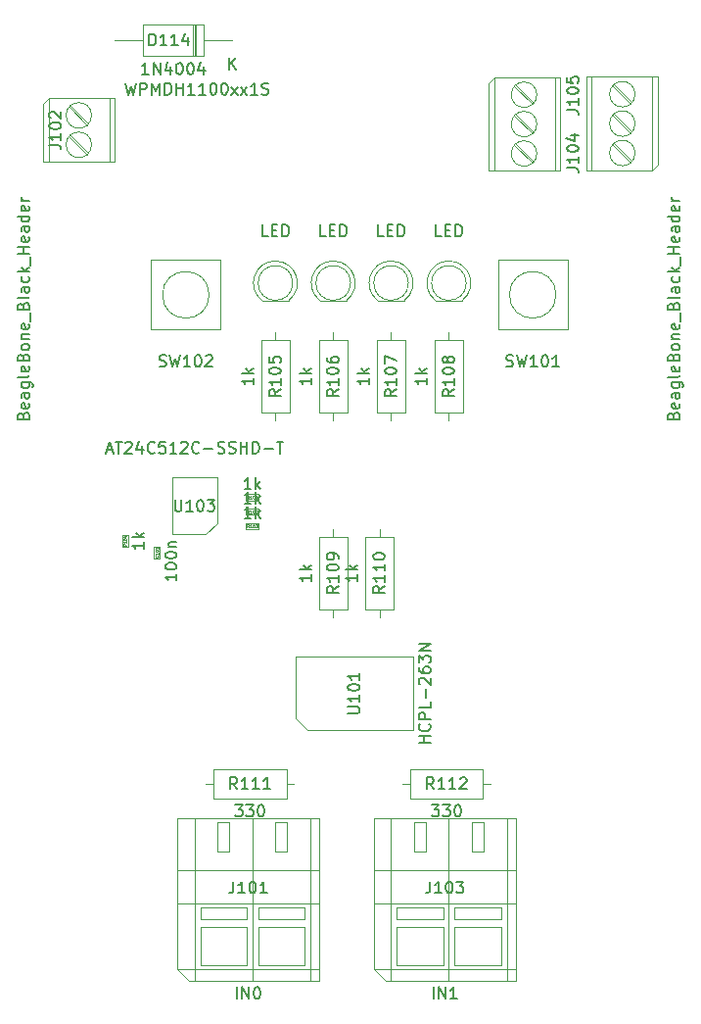
<source format=gbr>
%TF.GenerationSoftware,KiCad,Pcbnew,5.1.9+dfsg1-1~bpo10+1*%
%TF.CreationDate,2021-07-04T13:04:41+00:00*%
%TF.ProjectId,bbbalarm,62626261-6c61-4726-9d2e-6b696361645f,rev?*%
%TF.SameCoordinates,Original*%
%TF.FileFunction,Other,Fab,Top*%
%FSLAX46Y46*%
G04 Gerber Fmt 4.6, Leading zero omitted, Abs format (unit mm)*
G04 Created by KiCad (PCBNEW 5.1.9+dfsg1-1~bpo10+1) date 2021-07-04 13:04:41*
%MOMM*%
%LPD*%
G01*
G04 APERTURE LIST*
%ADD10C,0.100000*%
%ADD11C,0.150000*%
%ADD12C,0.040000*%
G04 APERTURE END LIST*
D10*
%TO.C,C101*%
X124870100Y-91882400D02*
X124870100Y-90882400D01*
X125370100Y-91882400D02*
X124870100Y-91882400D01*
X125370100Y-90882400D02*
X125370100Y-91882400D01*
X124870100Y-90882400D02*
X125370100Y-90882400D01*
%TO.C,R101*%
X133895100Y-86362400D02*
X133895100Y-86902400D01*
X133895100Y-86902400D02*
X132845100Y-86902400D01*
X132845100Y-86902400D02*
X132845100Y-86362400D01*
X132845100Y-86362400D02*
X133895100Y-86362400D01*
%TO.C,R102*%
X132845100Y-87612400D02*
X133895100Y-87612400D01*
X132845100Y-88152400D02*
X132845100Y-87612400D01*
X133895100Y-88152400D02*
X132845100Y-88152400D01*
X133895100Y-87612400D02*
X133895100Y-88152400D01*
%TO.C,R103*%
X133895100Y-88862400D02*
X133895100Y-89402400D01*
X133895100Y-89402400D02*
X132845100Y-89402400D01*
X132845100Y-89402400D02*
X132845100Y-88862400D01*
X132845100Y-88862400D02*
X133895100Y-88862400D01*
%TO.C,R104*%
X122640100Y-89857400D02*
X122640100Y-90907400D01*
X122100100Y-89857400D02*
X122640100Y-89857400D01*
X122100100Y-90907400D02*
X122100100Y-89857400D01*
X122640100Y-90907400D02*
X122100100Y-90907400D01*
%TO.C,SW101*%
X159635664Y-69132400D02*
G75*
G03*
X159635664Y-69132400I-2015564J0D01*
G01*
X154620100Y-72132400D02*
X154620100Y-69132400D01*
X160620100Y-72132400D02*
X154620100Y-72132400D01*
X160620100Y-66132400D02*
X160620100Y-72132400D01*
X154620100Y-66132400D02*
X160620100Y-66132400D01*
X154620100Y-69132400D02*
X154620100Y-66132400D01*
%TO.C,SW102*%
X124620100Y-69132400D02*
X124620100Y-66132400D01*
X124620100Y-66132400D02*
X130620100Y-66132400D01*
X130620100Y-66132400D02*
X130620100Y-72132400D01*
X130620100Y-72132400D02*
X124620100Y-72132400D01*
X124620100Y-72132400D02*
X124620100Y-69132400D01*
X129635664Y-69132400D02*
G75*
G03*
X129635664Y-69132400I-2015564J0D01*
G01*
%TO.C,U103*%
X130320100Y-88857400D02*
X129345100Y-89832400D01*
X130320100Y-84932400D02*
X130320100Y-88857400D01*
X126420100Y-84932400D02*
X130320100Y-84932400D01*
X126420100Y-89832400D02*
X126420100Y-84932400D01*
X129345100Y-89832400D02*
X126420100Y-89832400D01*
%TO.C,D114*%
X129140100Y-48482400D02*
X129140100Y-45782400D01*
X129140100Y-45782400D02*
X123940100Y-45782400D01*
X123940100Y-45782400D02*
X123940100Y-48482400D01*
X123940100Y-48482400D02*
X129140100Y-48482400D01*
X131620100Y-47132400D02*
X129140100Y-47132400D01*
X121460100Y-47132400D02*
X123940100Y-47132400D01*
X128360100Y-48482400D02*
X128360100Y-45782400D01*
X128260100Y-48482400D02*
X128260100Y-45782400D01*
X128460100Y-48482400D02*
X128460100Y-45782400D01*
%TO.C,J102*%
X119470100Y-53632400D02*
G75*
G03*
X119470100Y-53632400I-1100000J0D01*
G01*
X119470100Y-56172400D02*
G75*
G03*
X119470100Y-56172400I-1100000J0D01*
G01*
X121470100Y-52132400D02*
X121470100Y-57672400D01*
X121470100Y-57672400D02*
X115270100Y-57672400D01*
X115270100Y-57672400D02*
X115270100Y-52632400D01*
X115270100Y-52632400D02*
X115770100Y-52132400D01*
X115770100Y-52132400D02*
X121470100Y-52132400D01*
X115770100Y-52132400D02*
X115770100Y-57672400D01*
X121070100Y-52132400D02*
X121070100Y-57672400D01*
X119070100Y-54467400D02*
X117535100Y-52931400D01*
X119205100Y-54333400D02*
X117670100Y-52797400D01*
X119070100Y-57007400D02*
X117535100Y-55472400D01*
X119205100Y-56873400D02*
X117670100Y-55338400D01*
%TO.C,D101*%
X134203910Y-69612400D02*
X136536290Y-69612400D01*
X136870100Y-68112400D02*
G75*
G03*
X136870100Y-68112400I-1500000J0D01*
G01*
X136535576Y-69612955D02*
G75*
G03*
X134203910Y-69612400I-1165476J1500555D01*
G01*
%TO.C,D102*%
X141870100Y-68112400D02*
G75*
G03*
X141870100Y-68112400I-1500000J0D01*
G01*
X139203910Y-69612400D02*
X141536290Y-69612400D01*
X141535576Y-69612955D02*
G75*
G03*
X139203910Y-69612400I-1165476J1500555D01*
G01*
%TO.C,D103*%
X144203910Y-69612400D02*
X146536290Y-69612400D01*
X146870100Y-68112400D02*
G75*
G03*
X146870100Y-68112400I-1500000J0D01*
G01*
X146535576Y-69612955D02*
G75*
G03*
X144203910Y-69612400I-1165476J1500555D01*
G01*
%TO.C,D104*%
X151870100Y-68112400D02*
G75*
G03*
X151870100Y-68112400I-1500000J0D01*
G01*
X149203910Y-69612400D02*
X151536290Y-69612400D01*
X151535576Y-69612955D02*
G75*
G03*
X149203910Y-69612400I-1165476J1500555D01*
G01*
%TO.C,J101*%
X126870100Y-114382400D02*
X139170100Y-114382400D01*
X139170100Y-114382400D02*
X139170100Y-128382400D01*
X139170100Y-128382400D02*
X127870100Y-128382400D01*
X127870100Y-128382400D02*
X126870100Y-127382400D01*
X126870100Y-127382400D02*
X126870100Y-114382400D01*
X126870100Y-127382400D02*
X139170100Y-127382400D01*
X126870100Y-121682400D02*
X139170100Y-121682400D01*
X126870100Y-118882400D02*
X139170100Y-118882400D01*
X128870100Y-123782400D02*
X128870100Y-127082400D01*
X128870100Y-127082400D02*
X132870100Y-127082400D01*
X132870100Y-127082400D02*
X132870100Y-123782400D01*
X132870100Y-123782400D02*
X128870100Y-123782400D01*
X128370100Y-114382400D02*
X128370100Y-128382400D01*
X128370100Y-128382400D02*
X133370100Y-128382400D01*
X133370100Y-128382400D02*
X133370100Y-114382400D01*
X133370100Y-114382400D02*
X128370100Y-114382400D01*
X128870100Y-122082400D02*
X128870100Y-123082400D01*
X128870100Y-123082400D02*
X132870100Y-123082400D01*
X132870100Y-123082400D02*
X132870100Y-122082400D01*
X132870100Y-122082400D02*
X128870100Y-122082400D01*
X130370100Y-114732400D02*
X130370100Y-117232400D01*
X130370100Y-117232400D02*
X131370100Y-117232400D01*
X131370100Y-117232400D02*
X131370100Y-114732400D01*
X131370100Y-114732400D02*
X130370100Y-114732400D01*
X133870100Y-123782400D02*
X133870100Y-127082400D01*
X133870100Y-127082400D02*
X137870100Y-127082400D01*
X137870100Y-127082400D02*
X137870100Y-123782400D01*
X137870100Y-123782400D02*
X133870100Y-123782400D01*
X133370100Y-114382400D02*
X133370100Y-128382400D01*
X133370100Y-128382400D02*
X138370100Y-128382400D01*
X138370100Y-128382400D02*
X138370100Y-114382400D01*
X138370100Y-114382400D02*
X133370100Y-114382400D01*
X133870100Y-122082400D02*
X133870100Y-123082400D01*
X133870100Y-123082400D02*
X137870100Y-123082400D01*
X137870100Y-123082400D02*
X137870100Y-122082400D01*
X137870100Y-122082400D02*
X133870100Y-122082400D01*
X135370100Y-114732400D02*
X135370100Y-117232400D01*
X135370100Y-117232400D02*
X136370100Y-117232400D01*
X136370100Y-117232400D02*
X136370100Y-114732400D01*
X136370100Y-114732400D02*
X135370100Y-114732400D01*
%TO.C,J103*%
X153370100Y-114732400D02*
X152370100Y-114732400D01*
X153370100Y-117232400D02*
X153370100Y-114732400D01*
X152370100Y-117232400D02*
X153370100Y-117232400D01*
X152370100Y-114732400D02*
X152370100Y-117232400D01*
X154870100Y-122082400D02*
X150870100Y-122082400D01*
X154870100Y-123082400D02*
X154870100Y-122082400D01*
X150870100Y-123082400D02*
X154870100Y-123082400D01*
X150870100Y-122082400D02*
X150870100Y-123082400D01*
X155370100Y-114382400D02*
X150370100Y-114382400D01*
X155370100Y-128382400D02*
X155370100Y-114382400D01*
X150370100Y-128382400D02*
X155370100Y-128382400D01*
X150370100Y-114382400D02*
X150370100Y-128382400D01*
X154870100Y-123782400D02*
X150870100Y-123782400D01*
X154870100Y-127082400D02*
X154870100Y-123782400D01*
X150870100Y-127082400D02*
X154870100Y-127082400D01*
X150870100Y-123782400D02*
X150870100Y-127082400D01*
X148370100Y-114732400D02*
X147370100Y-114732400D01*
X148370100Y-117232400D02*
X148370100Y-114732400D01*
X147370100Y-117232400D02*
X148370100Y-117232400D01*
X147370100Y-114732400D02*
X147370100Y-117232400D01*
X149870100Y-122082400D02*
X145870100Y-122082400D01*
X149870100Y-123082400D02*
X149870100Y-122082400D01*
X145870100Y-123082400D02*
X149870100Y-123082400D01*
X145870100Y-122082400D02*
X145870100Y-123082400D01*
X150370100Y-114382400D02*
X145370100Y-114382400D01*
X150370100Y-128382400D02*
X150370100Y-114382400D01*
X145370100Y-128382400D02*
X150370100Y-128382400D01*
X145370100Y-114382400D02*
X145370100Y-128382400D01*
X149870100Y-123782400D02*
X145870100Y-123782400D01*
X149870100Y-127082400D02*
X149870100Y-123782400D01*
X145870100Y-127082400D02*
X149870100Y-127082400D01*
X145870100Y-123782400D02*
X145870100Y-127082400D01*
X143870100Y-118882400D02*
X156170100Y-118882400D01*
X143870100Y-121682400D02*
X156170100Y-121682400D01*
X143870100Y-127382400D02*
X156170100Y-127382400D01*
X143870100Y-127382400D02*
X143870100Y-114382400D01*
X144870100Y-128382400D02*
X143870100Y-127382400D01*
X156170100Y-128382400D02*
X144870100Y-128382400D01*
X156170100Y-114382400D02*
X156170100Y-128382400D01*
X143870100Y-114382400D02*
X156170100Y-114382400D01*
%TO.C,R105*%
X136620100Y-73042400D02*
X134120100Y-73042400D01*
X134120100Y-73042400D02*
X134120100Y-79342400D01*
X134120100Y-79342400D02*
X136620100Y-79342400D01*
X136620100Y-79342400D02*
X136620100Y-73042400D01*
X135370100Y-72382400D02*
X135370100Y-73042400D01*
X135370100Y-80002400D02*
X135370100Y-79342400D01*
%TO.C,R106*%
X140370100Y-80002400D02*
X140370100Y-79342400D01*
X140370100Y-72382400D02*
X140370100Y-73042400D01*
X141620100Y-79342400D02*
X141620100Y-73042400D01*
X139120100Y-79342400D02*
X141620100Y-79342400D01*
X139120100Y-73042400D02*
X139120100Y-79342400D01*
X141620100Y-73042400D02*
X139120100Y-73042400D01*
%TO.C,R107*%
X146620100Y-73042400D02*
X144120100Y-73042400D01*
X144120100Y-73042400D02*
X144120100Y-79342400D01*
X144120100Y-79342400D02*
X146620100Y-79342400D01*
X146620100Y-79342400D02*
X146620100Y-73042400D01*
X145370100Y-72382400D02*
X145370100Y-73042400D01*
X145370100Y-80002400D02*
X145370100Y-79342400D01*
%TO.C,R108*%
X150370100Y-80002400D02*
X150370100Y-79342400D01*
X150370100Y-72382400D02*
X150370100Y-73042400D01*
X151620100Y-79342400D02*
X151620100Y-73042400D01*
X149120100Y-79342400D02*
X151620100Y-79342400D01*
X149120100Y-73042400D02*
X149120100Y-79342400D01*
X151620100Y-73042400D02*
X149120100Y-73042400D01*
%TO.C,R109*%
X141620100Y-90042400D02*
X139120100Y-90042400D01*
X139120100Y-90042400D02*
X139120100Y-96342400D01*
X139120100Y-96342400D02*
X141620100Y-96342400D01*
X141620100Y-96342400D02*
X141620100Y-90042400D01*
X140370100Y-89382400D02*
X140370100Y-90042400D01*
X140370100Y-97002400D02*
X140370100Y-96342400D01*
%TO.C,R110*%
X144370100Y-97002400D02*
X144370100Y-96342400D01*
X144370100Y-89382400D02*
X144370100Y-90042400D01*
X145620100Y-96342400D02*
X145620100Y-90042400D01*
X143120100Y-96342400D02*
X145620100Y-96342400D01*
X143120100Y-90042400D02*
X143120100Y-96342400D01*
X145620100Y-90042400D02*
X143120100Y-90042400D01*
%TO.C,R111*%
X130030100Y-110132400D02*
X130030100Y-112632400D01*
X130030100Y-112632400D02*
X136330100Y-112632400D01*
X136330100Y-112632400D02*
X136330100Y-110132400D01*
X136330100Y-110132400D02*
X130030100Y-110132400D01*
X129370100Y-111382400D02*
X130030100Y-111382400D01*
X136990100Y-111382400D02*
X136330100Y-111382400D01*
%TO.C,R112*%
X153990100Y-111382400D02*
X153330100Y-111382400D01*
X146370100Y-111382400D02*
X147030100Y-111382400D01*
X153330100Y-110132400D02*
X147030100Y-110132400D01*
X153330100Y-112632400D02*
X153330100Y-110132400D01*
X147030100Y-112632400D02*
X153330100Y-112632400D01*
X147030100Y-110132400D02*
X147030100Y-112632400D01*
%TO.C,J104*%
X157970100Y-51842400D02*
G75*
G03*
X157970100Y-51842400I-1100000J0D01*
G01*
X157970100Y-54382400D02*
G75*
G03*
X157970100Y-54382400I-1100000J0D01*
G01*
X157970100Y-56922400D02*
G75*
G03*
X157970100Y-56922400I-1100000J0D01*
G01*
X159970100Y-50342400D02*
X159970100Y-58422400D01*
X159970100Y-58422400D02*
X153770100Y-58422400D01*
X153770100Y-58422400D02*
X153770100Y-50842400D01*
X153770100Y-50842400D02*
X154270100Y-50342400D01*
X154270100Y-50342400D02*
X159970100Y-50342400D01*
X154270100Y-50342400D02*
X154270100Y-58422400D01*
X159570100Y-50342400D02*
X159570100Y-58422400D01*
X157570100Y-52677400D02*
X156035100Y-51141400D01*
X157705100Y-52543400D02*
X156170100Y-51007400D01*
X157570100Y-55217400D02*
X156035100Y-53682400D01*
X157705100Y-55083400D02*
X156170100Y-53548400D01*
X157570100Y-57757400D02*
X156035100Y-56222400D01*
X157705100Y-57623400D02*
X156170100Y-56088400D01*
%TO.C,J105*%
X164535100Y-51101400D02*
X166070100Y-52636400D01*
X164670100Y-50967400D02*
X166205100Y-52502400D01*
X164535100Y-53641400D02*
X166070100Y-55176400D01*
X164670100Y-53507400D02*
X166205100Y-55042400D01*
X164535100Y-56181400D02*
X166070100Y-57717400D01*
X164670100Y-56047400D02*
X166205100Y-57583400D01*
X162670100Y-58382400D02*
X162670100Y-50302400D01*
X167970100Y-58382400D02*
X167970100Y-50302400D01*
X167970100Y-58382400D02*
X162270100Y-58382400D01*
X168470100Y-57882400D02*
X167970100Y-58382400D01*
X168470100Y-50302400D02*
X168470100Y-57882400D01*
X162270100Y-50302400D02*
X168470100Y-50302400D01*
X162270100Y-58382400D02*
X162270100Y-50302400D01*
X166470100Y-51802400D02*
G75*
G03*
X166470100Y-51802400I-1100000J0D01*
G01*
X166470100Y-54342400D02*
G75*
G03*
X166470100Y-54342400I-1100000J0D01*
G01*
X166470100Y-56882400D02*
G75*
G03*
X166470100Y-56882400I-1100000J0D01*
G01*
%TO.C,U101*%
X137100100Y-105747400D02*
X137100100Y-100397400D01*
X137100100Y-100397400D02*
X147260100Y-100397400D01*
X147260100Y-100397400D02*
X147260100Y-106747400D01*
X147260100Y-106747400D02*
X138100100Y-106747400D01*
X138100100Y-106747400D02*
X137100100Y-105747400D01*
%TD*%
%TO.C,P9*%
D11*
X113548671Y-79572876D02*
X113596290Y-79430019D01*
X113643909Y-79382400D01*
X113739147Y-79334780D01*
X113882004Y-79334780D01*
X113977242Y-79382400D01*
X114024861Y-79430019D01*
X114072480Y-79525257D01*
X114072480Y-79906209D01*
X113072480Y-79906209D01*
X113072480Y-79572876D01*
X113120100Y-79477638D01*
X113167719Y-79430019D01*
X113262957Y-79382400D01*
X113358195Y-79382400D01*
X113453433Y-79430019D01*
X113501052Y-79477638D01*
X113548671Y-79572876D01*
X113548671Y-79906209D01*
X114024861Y-78525257D02*
X114072480Y-78620495D01*
X114072480Y-78810971D01*
X114024861Y-78906209D01*
X113929623Y-78953828D01*
X113548671Y-78953828D01*
X113453433Y-78906209D01*
X113405814Y-78810971D01*
X113405814Y-78620495D01*
X113453433Y-78525257D01*
X113548671Y-78477638D01*
X113643909Y-78477638D01*
X113739147Y-78953828D01*
X114072480Y-77620495D02*
X113548671Y-77620495D01*
X113453433Y-77668114D01*
X113405814Y-77763352D01*
X113405814Y-77953828D01*
X113453433Y-78049066D01*
X114024861Y-77620495D02*
X114072480Y-77715733D01*
X114072480Y-77953828D01*
X114024861Y-78049066D01*
X113929623Y-78096685D01*
X113834385Y-78096685D01*
X113739147Y-78049066D01*
X113691528Y-77953828D01*
X113691528Y-77715733D01*
X113643909Y-77620495D01*
X113405814Y-76715733D02*
X114215338Y-76715733D01*
X114310576Y-76763352D01*
X114358195Y-76810971D01*
X114405814Y-76906209D01*
X114405814Y-77049066D01*
X114358195Y-77144304D01*
X114024861Y-76715733D02*
X114072480Y-76810971D01*
X114072480Y-77001447D01*
X114024861Y-77096685D01*
X113977242Y-77144304D01*
X113882004Y-77191923D01*
X113596290Y-77191923D01*
X113501052Y-77144304D01*
X113453433Y-77096685D01*
X113405814Y-77001447D01*
X113405814Y-76810971D01*
X113453433Y-76715733D01*
X114072480Y-76096685D02*
X114024861Y-76191923D01*
X113929623Y-76239542D01*
X113072480Y-76239542D01*
X114024861Y-75334780D02*
X114072480Y-75430019D01*
X114072480Y-75620495D01*
X114024861Y-75715733D01*
X113929623Y-75763352D01*
X113548671Y-75763352D01*
X113453433Y-75715733D01*
X113405814Y-75620495D01*
X113405814Y-75430019D01*
X113453433Y-75334780D01*
X113548671Y-75287161D01*
X113643909Y-75287161D01*
X113739147Y-75763352D01*
X113548671Y-74525257D02*
X113596290Y-74382400D01*
X113643909Y-74334780D01*
X113739147Y-74287161D01*
X113882004Y-74287161D01*
X113977242Y-74334780D01*
X114024861Y-74382400D01*
X114072480Y-74477638D01*
X114072480Y-74858590D01*
X113072480Y-74858590D01*
X113072480Y-74525257D01*
X113120100Y-74430019D01*
X113167719Y-74382400D01*
X113262957Y-74334780D01*
X113358195Y-74334780D01*
X113453433Y-74382400D01*
X113501052Y-74430019D01*
X113548671Y-74525257D01*
X113548671Y-74858590D01*
X114072480Y-73715733D02*
X114024861Y-73810971D01*
X113977242Y-73858590D01*
X113882004Y-73906209D01*
X113596290Y-73906209D01*
X113501052Y-73858590D01*
X113453433Y-73810971D01*
X113405814Y-73715733D01*
X113405814Y-73572876D01*
X113453433Y-73477638D01*
X113501052Y-73430019D01*
X113596290Y-73382400D01*
X113882004Y-73382400D01*
X113977242Y-73430019D01*
X114024861Y-73477638D01*
X114072480Y-73572876D01*
X114072480Y-73715733D01*
X113405814Y-72953828D02*
X114072480Y-72953828D01*
X113501052Y-72953828D02*
X113453433Y-72906209D01*
X113405814Y-72810971D01*
X113405814Y-72668114D01*
X113453433Y-72572876D01*
X113548671Y-72525257D01*
X114072480Y-72525257D01*
X114024861Y-71668114D02*
X114072480Y-71763352D01*
X114072480Y-71953828D01*
X114024861Y-72049066D01*
X113929623Y-72096685D01*
X113548671Y-72096685D01*
X113453433Y-72049066D01*
X113405814Y-71953828D01*
X113405814Y-71763352D01*
X113453433Y-71668114D01*
X113548671Y-71620495D01*
X113643909Y-71620495D01*
X113739147Y-72096685D01*
X114167719Y-71430019D02*
X114167719Y-70668114D01*
X113548671Y-70096685D02*
X113596290Y-69953828D01*
X113643909Y-69906209D01*
X113739147Y-69858590D01*
X113882004Y-69858590D01*
X113977242Y-69906209D01*
X114024861Y-69953828D01*
X114072480Y-70049066D01*
X114072480Y-70430019D01*
X113072480Y-70430019D01*
X113072480Y-70096685D01*
X113120100Y-70001447D01*
X113167719Y-69953828D01*
X113262957Y-69906209D01*
X113358195Y-69906209D01*
X113453433Y-69953828D01*
X113501052Y-70001447D01*
X113548671Y-70096685D01*
X113548671Y-70430019D01*
X114072480Y-69287161D02*
X114024861Y-69382400D01*
X113929623Y-69430019D01*
X113072480Y-69430019D01*
X114072480Y-68477638D02*
X113548671Y-68477638D01*
X113453433Y-68525257D01*
X113405814Y-68620495D01*
X113405814Y-68810971D01*
X113453433Y-68906209D01*
X114024861Y-68477638D02*
X114072480Y-68572876D01*
X114072480Y-68810971D01*
X114024861Y-68906209D01*
X113929623Y-68953828D01*
X113834385Y-68953828D01*
X113739147Y-68906209D01*
X113691528Y-68810971D01*
X113691528Y-68572876D01*
X113643909Y-68477638D01*
X114024861Y-67572876D02*
X114072480Y-67668114D01*
X114072480Y-67858590D01*
X114024861Y-67953828D01*
X113977242Y-68001447D01*
X113882004Y-68049066D01*
X113596290Y-68049066D01*
X113501052Y-68001447D01*
X113453433Y-67953828D01*
X113405814Y-67858590D01*
X113405814Y-67668114D01*
X113453433Y-67572876D01*
X114072480Y-67144304D02*
X113072480Y-67144304D01*
X113691528Y-67049066D02*
X114072480Y-66763352D01*
X113405814Y-66763352D02*
X113786766Y-67144304D01*
X114167719Y-66572876D02*
X114167719Y-65810971D01*
X114072480Y-65572876D02*
X113072480Y-65572876D01*
X113548671Y-65572876D02*
X113548671Y-65001447D01*
X114072480Y-65001447D02*
X113072480Y-65001447D01*
X114024861Y-64144304D02*
X114072480Y-64239542D01*
X114072480Y-64430019D01*
X114024861Y-64525257D01*
X113929623Y-64572876D01*
X113548671Y-64572876D01*
X113453433Y-64525257D01*
X113405814Y-64430019D01*
X113405814Y-64239542D01*
X113453433Y-64144304D01*
X113548671Y-64096685D01*
X113643909Y-64096685D01*
X113739147Y-64572876D01*
X114072480Y-63239542D02*
X113548671Y-63239542D01*
X113453433Y-63287161D01*
X113405814Y-63382400D01*
X113405814Y-63572876D01*
X113453433Y-63668114D01*
X114024861Y-63239542D02*
X114072480Y-63334780D01*
X114072480Y-63572876D01*
X114024861Y-63668114D01*
X113929623Y-63715733D01*
X113834385Y-63715733D01*
X113739147Y-63668114D01*
X113691528Y-63572876D01*
X113691528Y-63334780D01*
X113643909Y-63239542D01*
X114072480Y-62334780D02*
X113072480Y-62334780D01*
X114024861Y-62334780D02*
X114072480Y-62430019D01*
X114072480Y-62620495D01*
X114024861Y-62715733D01*
X113977242Y-62763352D01*
X113882004Y-62810971D01*
X113596290Y-62810971D01*
X113501052Y-62763352D01*
X113453433Y-62715733D01*
X113405814Y-62620495D01*
X113405814Y-62430019D01*
X113453433Y-62334780D01*
X114024861Y-61477638D02*
X114072480Y-61572876D01*
X114072480Y-61763352D01*
X114024861Y-61858590D01*
X113929623Y-61906209D01*
X113548671Y-61906209D01*
X113453433Y-61858590D01*
X113405814Y-61763352D01*
X113405814Y-61572876D01*
X113453433Y-61477638D01*
X113548671Y-61430019D01*
X113643909Y-61430019D01*
X113739147Y-61906209D01*
X114072480Y-61001447D02*
X113405814Y-61001447D01*
X113596290Y-61001447D02*
X113501052Y-60953828D01*
X113453433Y-60906209D01*
X113405814Y-60810971D01*
X113405814Y-60715733D01*
%TO.C,P8*%
X169798671Y-79572876D02*
X169846290Y-79430019D01*
X169893909Y-79382400D01*
X169989147Y-79334780D01*
X170132004Y-79334780D01*
X170227242Y-79382400D01*
X170274861Y-79430019D01*
X170322480Y-79525257D01*
X170322480Y-79906209D01*
X169322480Y-79906209D01*
X169322480Y-79572876D01*
X169370100Y-79477638D01*
X169417719Y-79430019D01*
X169512957Y-79382400D01*
X169608195Y-79382400D01*
X169703433Y-79430019D01*
X169751052Y-79477638D01*
X169798671Y-79572876D01*
X169798671Y-79906209D01*
X170274861Y-78525257D02*
X170322480Y-78620495D01*
X170322480Y-78810971D01*
X170274861Y-78906209D01*
X170179623Y-78953828D01*
X169798671Y-78953828D01*
X169703433Y-78906209D01*
X169655814Y-78810971D01*
X169655814Y-78620495D01*
X169703433Y-78525257D01*
X169798671Y-78477638D01*
X169893909Y-78477638D01*
X169989147Y-78953828D01*
X170322480Y-77620495D02*
X169798671Y-77620495D01*
X169703433Y-77668114D01*
X169655814Y-77763352D01*
X169655814Y-77953828D01*
X169703433Y-78049066D01*
X170274861Y-77620495D02*
X170322480Y-77715733D01*
X170322480Y-77953828D01*
X170274861Y-78049066D01*
X170179623Y-78096685D01*
X170084385Y-78096685D01*
X169989147Y-78049066D01*
X169941528Y-77953828D01*
X169941528Y-77715733D01*
X169893909Y-77620495D01*
X169655814Y-76715733D02*
X170465338Y-76715733D01*
X170560576Y-76763352D01*
X170608195Y-76810971D01*
X170655814Y-76906209D01*
X170655814Y-77049066D01*
X170608195Y-77144304D01*
X170274861Y-76715733D02*
X170322480Y-76810971D01*
X170322480Y-77001447D01*
X170274861Y-77096685D01*
X170227242Y-77144304D01*
X170132004Y-77191923D01*
X169846290Y-77191923D01*
X169751052Y-77144304D01*
X169703433Y-77096685D01*
X169655814Y-77001447D01*
X169655814Y-76810971D01*
X169703433Y-76715733D01*
X170322480Y-76096685D02*
X170274861Y-76191923D01*
X170179623Y-76239542D01*
X169322480Y-76239542D01*
X170274861Y-75334780D02*
X170322480Y-75430019D01*
X170322480Y-75620495D01*
X170274861Y-75715733D01*
X170179623Y-75763352D01*
X169798671Y-75763352D01*
X169703433Y-75715733D01*
X169655814Y-75620495D01*
X169655814Y-75430019D01*
X169703433Y-75334780D01*
X169798671Y-75287161D01*
X169893909Y-75287161D01*
X169989147Y-75763352D01*
X169798671Y-74525257D02*
X169846290Y-74382400D01*
X169893909Y-74334780D01*
X169989147Y-74287161D01*
X170132004Y-74287161D01*
X170227242Y-74334780D01*
X170274861Y-74382400D01*
X170322480Y-74477638D01*
X170322480Y-74858590D01*
X169322480Y-74858590D01*
X169322480Y-74525257D01*
X169370100Y-74430019D01*
X169417719Y-74382400D01*
X169512957Y-74334780D01*
X169608195Y-74334780D01*
X169703433Y-74382400D01*
X169751052Y-74430019D01*
X169798671Y-74525257D01*
X169798671Y-74858590D01*
X170322480Y-73715733D02*
X170274861Y-73810971D01*
X170227242Y-73858590D01*
X170132004Y-73906209D01*
X169846290Y-73906209D01*
X169751052Y-73858590D01*
X169703433Y-73810971D01*
X169655814Y-73715733D01*
X169655814Y-73572876D01*
X169703433Y-73477638D01*
X169751052Y-73430019D01*
X169846290Y-73382400D01*
X170132004Y-73382400D01*
X170227242Y-73430019D01*
X170274861Y-73477638D01*
X170322480Y-73572876D01*
X170322480Y-73715733D01*
X169655814Y-72953828D02*
X170322480Y-72953828D01*
X169751052Y-72953828D02*
X169703433Y-72906209D01*
X169655814Y-72810971D01*
X169655814Y-72668114D01*
X169703433Y-72572876D01*
X169798671Y-72525257D01*
X170322480Y-72525257D01*
X170274861Y-71668114D02*
X170322480Y-71763352D01*
X170322480Y-71953828D01*
X170274861Y-72049066D01*
X170179623Y-72096685D01*
X169798671Y-72096685D01*
X169703433Y-72049066D01*
X169655814Y-71953828D01*
X169655814Y-71763352D01*
X169703433Y-71668114D01*
X169798671Y-71620495D01*
X169893909Y-71620495D01*
X169989147Y-72096685D01*
X170417719Y-71430019D02*
X170417719Y-70668114D01*
X169798671Y-70096685D02*
X169846290Y-69953828D01*
X169893909Y-69906209D01*
X169989147Y-69858590D01*
X170132004Y-69858590D01*
X170227242Y-69906209D01*
X170274861Y-69953828D01*
X170322480Y-70049066D01*
X170322480Y-70430019D01*
X169322480Y-70430019D01*
X169322480Y-70096685D01*
X169370100Y-70001447D01*
X169417719Y-69953828D01*
X169512957Y-69906209D01*
X169608195Y-69906209D01*
X169703433Y-69953828D01*
X169751052Y-70001447D01*
X169798671Y-70096685D01*
X169798671Y-70430019D01*
X170322480Y-69287161D02*
X170274861Y-69382400D01*
X170179623Y-69430019D01*
X169322480Y-69430019D01*
X170322480Y-68477638D02*
X169798671Y-68477638D01*
X169703433Y-68525257D01*
X169655814Y-68620495D01*
X169655814Y-68810971D01*
X169703433Y-68906209D01*
X170274861Y-68477638D02*
X170322480Y-68572876D01*
X170322480Y-68810971D01*
X170274861Y-68906209D01*
X170179623Y-68953828D01*
X170084385Y-68953828D01*
X169989147Y-68906209D01*
X169941528Y-68810971D01*
X169941528Y-68572876D01*
X169893909Y-68477638D01*
X170274861Y-67572876D02*
X170322480Y-67668114D01*
X170322480Y-67858590D01*
X170274861Y-67953828D01*
X170227242Y-68001447D01*
X170132004Y-68049066D01*
X169846290Y-68049066D01*
X169751052Y-68001447D01*
X169703433Y-67953828D01*
X169655814Y-67858590D01*
X169655814Y-67668114D01*
X169703433Y-67572876D01*
X170322480Y-67144304D02*
X169322480Y-67144304D01*
X169941528Y-67049066D02*
X170322480Y-66763352D01*
X169655814Y-66763352D02*
X170036766Y-67144304D01*
X170417719Y-66572876D02*
X170417719Y-65810971D01*
X170322480Y-65572876D02*
X169322480Y-65572876D01*
X169798671Y-65572876D02*
X169798671Y-65001447D01*
X170322480Y-65001447D02*
X169322480Y-65001447D01*
X170274861Y-64144304D02*
X170322480Y-64239542D01*
X170322480Y-64430019D01*
X170274861Y-64525257D01*
X170179623Y-64572876D01*
X169798671Y-64572876D01*
X169703433Y-64525257D01*
X169655814Y-64430019D01*
X169655814Y-64239542D01*
X169703433Y-64144304D01*
X169798671Y-64096685D01*
X169893909Y-64096685D01*
X169989147Y-64572876D01*
X170322480Y-63239542D02*
X169798671Y-63239542D01*
X169703433Y-63287161D01*
X169655814Y-63382400D01*
X169655814Y-63572876D01*
X169703433Y-63668114D01*
X170274861Y-63239542D02*
X170322480Y-63334780D01*
X170322480Y-63572876D01*
X170274861Y-63668114D01*
X170179623Y-63715733D01*
X170084385Y-63715733D01*
X169989147Y-63668114D01*
X169941528Y-63572876D01*
X169941528Y-63334780D01*
X169893909Y-63239542D01*
X170322480Y-62334780D02*
X169322480Y-62334780D01*
X170274861Y-62334780D02*
X170322480Y-62430019D01*
X170322480Y-62620495D01*
X170274861Y-62715733D01*
X170227242Y-62763352D01*
X170132004Y-62810971D01*
X169846290Y-62810971D01*
X169751052Y-62763352D01*
X169703433Y-62715733D01*
X169655814Y-62620495D01*
X169655814Y-62430019D01*
X169703433Y-62334780D01*
X170274861Y-61477638D02*
X170322480Y-61572876D01*
X170322480Y-61763352D01*
X170274861Y-61858590D01*
X170179623Y-61906209D01*
X169798671Y-61906209D01*
X169703433Y-61858590D01*
X169655814Y-61763352D01*
X169655814Y-61572876D01*
X169703433Y-61477638D01*
X169798671Y-61430019D01*
X169893909Y-61430019D01*
X169989147Y-61906209D01*
X170322480Y-61001447D02*
X169655814Y-61001447D01*
X169846290Y-61001447D02*
X169751052Y-60953828D01*
X169703433Y-60906209D01*
X169655814Y-60810971D01*
X169655814Y-60715733D01*
%TO.C,C101*%
X126822480Y-93251447D02*
X126822480Y-93822876D01*
X126822480Y-93537161D02*
X125822480Y-93537161D01*
X125965338Y-93632400D01*
X126060576Y-93727638D01*
X126108195Y-93822876D01*
X125822480Y-92632400D02*
X125822480Y-92537161D01*
X125870100Y-92441923D01*
X125917719Y-92394304D01*
X126012957Y-92346685D01*
X126203433Y-92299066D01*
X126441528Y-92299066D01*
X126632004Y-92346685D01*
X126727242Y-92394304D01*
X126774861Y-92441923D01*
X126822480Y-92537161D01*
X126822480Y-92632400D01*
X126774861Y-92727638D01*
X126727242Y-92775257D01*
X126632004Y-92822876D01*
X126441528Y-92870495D01*
X126203433Y-92870495D01*
X126012957Y-92822876D01*
X125917719Y-92775257D01*
X125870100Y-92727638D01*
X125822480Y-92632400D01*
X125822480Y-91680019D02*
X125822480Y-91584780D01*
X125870100Y-91489542D01*
X125917719Y-91441923D01*
X126012957Y-91394304D01*
X126203433Y-91346685D01*
X126441528Y-91346685D01*
X126632004Y-91394304D01*
X126727242Y-91441923D01*
X126774861Y-91489542D01*
X126822480Y-91584780D01*
X126822480Y-91680019D01*
X126774861Y-91775257D01*
X126727242Y-91822876D01*
X126632004Y-91870495D01*
X126441528Y-91918114D01*
X126203433Y-91918114D01*
X126012957Y-91870495D01*
X125917719Y-91822876D01*
X125870100Y-91775257D01*
X125822480Y-91680019D01*
X126155814Y-90918114D02*
X126822480Y-90918114D01*
X126251052Y-90918114D02*
X126203433Y-90870495D01*
X126155814Y-90775257D01*
X126155814Y-90632400D01*
X126203433Y-90537161D01*
X126298671Y-90489542D01*
X126822480Y-90489542D01*
D12*
X125209385Y-91662161D02*
X125221290Y-91674066D01*
X125233195Y-91709780D01*
X125233195Y-91733590D01*
X125221290Y-91769304D01*
X125197480Y-91793114D01*
X125173671Y-91805019D01*
X125126052Y-91816923D01*
X125090338Y-91816923D01*
X125042719Y-91805019D01*
X125018909Y-91793114D01*
X124995100Y-91769304D01*
X124983195Y-91733590D01*
X124983195Y-91709780D01*
X124995100Y-91674066D01*
X125007004Y-91662161D01*
X125233195Y-91424066D02*
X125233195Y-91566923D01*
X125233195Y-91495495D02*
X124983195Y-91495495D01*
X125018909Y-91519304D01*
X125042719Y-91543114D01*
X125054623Y-91566923D01*
X124983195Y-91269304D02*
X124983195Y-91245495D01*
X124995100Y-91221685D01*
X125007004Y-91209780D01*
X125030814Y-91197876D01*
X125078433Y-91185971D01*
X125137957Y-91185971D01*
X125185576Y-91197876D01*
X125209385Y-91209780D01*
X125221290Y-91221685D01*
X125233195Y-91245495D01*
X125233195Y-91269304D01*
X125221290Y-91293114D01*
X125209385Y-91305019D01*
X125185576Y-91316923D01*
X125137957Y-91328828D01*
X125078433Y-91328828D01*
X125030814Y-91316923D01*
X125007004Y-91305019D01*
X124995100Y-91293114D01*
X124983195Y-91269304D01*
X125233195Y-90947876D02*
X125233195Y-91090733D01*
X125233195Y-91019304D02*
X124983195Y-91019304D01*
X125018909Y-91043114D01*
X125042719Y-91066923D01*
X125054623Y-91090733D01*
%TO.C,R101*%
D11*
X133251052Y-85914780D02*
X132679623Y-85914780D01*
X132965338Y-85914780D02*
X132965338Y-84914780D01*
X132870100Y-85057638D01*
X132774861Y-85152876D01*
X132679623Y-85200495D01*
X133679623Y-85914780D02*
X133679623Y-84914780D01*
X133774861Y-85533828D02*
X134060576Y-85914780D01*
X134060576Y-85248114D02*
X133679623Y-85629066D01*
D12*
X133079147Y-86750019D02*
X132992480Y-86626209D01*
X132930576Y-86750019D02*
X132930576Y-86490019D01*
X133029623Y-86490019D01*
X133054385Y-86502400D01*
X133066766Y-86514780D01*
X133079147Y-86539542D01*
X133079147Y-86576685D01*
X133066766Y-86601447D01*
X133054385Y-86613828D01*
X133029623Y-86626209D01*
X132930576Y-86626209D01*
X133326766Y-86750019D02*
X133178195Y-86750019D01*
X133252480Y-86750019D02*
X133252480Y-86490019D01*
X133227719Y-86527161D01*
X133202957Y-86551923D01*
X133178195Y-86564304D01*
X133487719Y-86490019D02*
X133512480Y-86490019D01*
X133537242Y-86502400D01*
X133549623Y-86514780D01*
X133562004Y-86539542D01*
X133574385Y-86589066D01*
X133574385Y-86650971D01*
X133562004Y-86700495D01*
X133549623Y-86725257D01*
X133537242Y-86737638D01*
X133512480Y-86750019D01*
X133487719Y-86750019D01*
X133462957Y-86737638D01*
X133450576Y-86725257D01*
X133438195Y-86700495D01*
X133425814Y-86650971D01*
X133425814Y-86589066D01*
X133438195Y-86539542D01*
X133450576Y-86514780D01*
X133462957Y-86502400D01*
X133487719Y-86490019D01*
X133822004Y-86750019D02*
X133673433Y-86750019D01*
X133747719Y-86750019D02*
X133747719Y-86490019D01*
X133722957Y-86527161D01*
X133698195Y-86551923D01*
X133673433Y-86564304D01*
%TO.C,R102*%
D11*
X133251052Y-87164780D02*
X132679623Y-87164780D01*
X132965338Y-87164780D02*
X132965338Y-86164780D01*
X132870100Y-86307638D01*
X132774861Y-86402876D01*
X132679623Y-86450495D01*
X133679623Y-87164780D02*
X133679623Y-86164780D01*
X133774861Y-86783828D02*
X134060576Y-87164780D01*
X134060576Y-86498114D02*
X133679623Y-86879066D01*
D12*
X133079147Y-88000019D02*
X132992480Y-87876209D01*
X132930576Y-88000019D02*
X132930576Y-87740019D01*
X133029623Y-87740019D01*
X133054385Y-87752400D01*
X133066766Y-87764780D01*
X133079147Y-87789542D01*
X133079147Y-87826685D01*
X133066766Y-87851447D01*
X133054385Y-87863828D01*
X133029623Y-87876209D01*
X132930576Y-87876209D01*
X133326766Y-88000019D02*
X133178195Y-88000019D01*
X133252480Y-88000019D02*
X133252480Y-87740019D01*
X133227719Y-87777161D01*
X133202957Y-87801923D01*
X133178195Y-87814304D01*
X133487719Y-87740019D02*
X133512480Y-87740019D01*
X133537242Y-87752400D01*
X133549623Y-87764780D01*
X133562004Y-87789542D01*
X133574385Y-87839066D01*
X133574385Y-87900971D01*
X133562004Y-87950495D01*
X133549623Y-87975257D01*
X133537242Y-87987638D01*
X133512480Y-88000019D01*
X133487719Y-88000019D01*
X133462957Y-87987638D01*
X133450576Y-87975257D01*
X133438195Y-87950495D01*
X133425814Y-87900971D01*
X133425814Y-87839066D01*
X133438195Y-87789542D01*
X133450576Y-87764780D01*
X133462957Y-87752400D01*
X133487719Y-87740019D01*
X133673433Y-87764780D02*
X133685814Y-87752400D01*
X133710576Y-87740019D01*
X133772480Y-87740019D01*
X133797242Y-87752400D01*
X133809623Y-87764780D01*
X133822004Y-87789542D01*
X133822004Y-87814304D01*
X133809623Y-87851447D01*
X133661052Y-88000019D01*
X133822004Y-88000019D01*
%TO.C,R103*%
D11*
X133251052Y-88414780D02*
X132679623Y-88414780D01*
X132965338Y-88414780D02*
X132965338Y-87414780D01*
X132870100Y-87557638D01*
X132774861Y-87652876D01*
X132679623Y-87700495D01*
X133679623Y-88414780D02*
X133679623Y-87414780D01*
X133774861Y-88033828D02*
X134060576Y-88414780D01*
X134060576Y-87748114D02*
X133679623Y-88129066D01*
D12*
X133079147Y-89250019D02*
X132992480Y-89126209D01*
X132930576Y-89250019D02*
X132930576Y-88990019D01*
X133029623Y-88990019D01*
X133054385Y-89002400D01*
X133066766Y-89014780D01*
X133079147Y-89039542D01*
X133079147Y-89076685D01*
X133066766Y-89101447D01*
X133054385Y-89113828D01*
X133029623Y-89126209D01*
X132930576Y-89126209D01*
X133326766Y-89250019D02*
X133178195Y-89250019D01*
X133252480Y-89250019D02*
X133252480Y-88990019D01*
X133227719Y-89027161D01*
X133202957Y-89051923D01*
X133178195Y-89064304D01*
X133487719Y-88990019D02*
X133512480Y-88990019D01*
X133537242Y-89002400D01*
X133549623Y-89014780D01*
X133562004Y-89039542D01*
X133574385Y-89089066D01*
X133574385Y-89150971D01*
X133562004Y-89200495D01*
X133549623Y-89225257D01*
X133537242Y-89237638D01*
X133512480Y-89250019D01*
X133487719Y-89250019D01*
X133462957Y-89237638D01*
X133450576Y-89225257D01*
X133438195Y-89200495D01*
X133425814Y-89150971D01*
X133425814Y-89089066D01*
X133438195Y-89039542D01*
X133450576Y-89014780D01*
X133462957Y-89002400D01*
X133487719Y-88990019D01*
X133661052Y-88990019D02*
X133822004Y-88990019D01*
X133735338Y-89089066D01*
X133772480Y-89089066D01*
X133797242Y-89101447D01*
X133809623Y-89113828D01*
X133822004Y-89138590D01*
X133822004Y-89200495D01*
X133809623Y-89225257D01*
X133797242Y-89237638D01*
X133772480Y-89250019D01*
X133698195Y-89250019D01*
X133673433Y-89237638D01*
X133661052Y-89225257D01*
%TO.C,R104*%
D11*
X123992480Y-90501447D02*
X123992480Y-91072876D01*
X123992480Y-90787161D02*
X122992480Y-90787161D01*
X123135338Y-90882400D01*
X123230576Y-90977638D01*
X123278195Y-91072876D01*
X123992480Y-90072876D02*
X122992480Y-90072876D01*
X123611528Y-89977638D02*
X123992480Y-89691923D01*
X123325814Y-89691923D02*
X123706766Y-90072876D01*
D12*
X122487719Y-90673352D02*
X122363909Y-90760019D01*
X122487719Y-90821923D02*
X122227719Y-90821923D01*
X122227719Y-90722876D01*
X122240100Y-90698114D01*
X122252480Y-90685733D01*
X122277242Y-90673352D01*
X122314385Y-90673352D01*
X122339147Y-90685733D01*
X122351528Y-90698114D01*
X122363909Y-90722876D01*
X122363909Y-90821923D01*
X122487719Y-90425733D02*
X122487719Y-90574304D01*
X122487719Y-90500019D02*
X122227719Y-90500019D01*
X122264861Y-90524780D01*
X122289623Y-90549542D01*
X122302004Y-90574304D01*
X122227719Y-90264780D02*
X122227719Y-90240019D01*
X122240100Y-90215257D01*
X122252480Y-90202876D01*
X122277242Y-90190495D01*
X122326766Y-90178114D01*
X122388671Y-90178114D01*
X122438195Y-90190495D01*
X122462957Y-90202876D01*
X122475338Y-90215257D01*
X122487719Y-90240019D01*
X122487719Y-90264780D01*
X122475338Y-90289542D01*
X122462957Y-90301923D01*
X122438195Y-90314304D01*
X122388671Y-90326685D01*
X122326766Y-90326685D01*
X122277242Y-90314304D01*
X122252480Y-90301923D01*
X122240100Y-90289542D01*
X122227719Y-90264780D01*
X122314385Y-89955257D02*
X122487719Y-89955257D01*
X122215338Y-90017161D02*
X122401052Y-90079066D01*
X122401052Y-89918114D01*
%TO.C,SW101*%
D11*
X155334385Y-75287161D02*
X155477242Y-75334780D01*
X155715338Y-75334780D01*
X155810576Y-75287161D01*
X155858195Y-75239542D01*
X155905814Y-75144304D01*
X155905814Y-75049066D01*
X155858195Y-74953828D01*
X155810576Y-74906209D01*
X155715338Y-74858590D01*
X155524861Y-74810971D01*
X155429623Y-74763352D01*
X155382004Y-74715733D01*
X155334385Y-74620495D01*
X155334385Y-74525257D01*
X155382004Y-74430019D01*
X155429623Y-74382400D01*
X155524861Y-74334780D01*
X155762957Y-74334780D01*
X155905814Y-74382400D01*
X156239147Y-74334780D02*
X156477242Y-75334780D01*
X156667719Y-74620495D01*
X156858195Y-75334780D01*
X157096290Y-74334780D01*
X158001052Y-75334780D02*
X157429623Y-75334780D01*
X157715338Y-75334780D02*
X157715338Y-74334780D01*
X157620100Y-74477638D01*
X157524861Y-74572876D01*
X157429623Y-74620495D01*
X158620100Y-74334780D02*
X158715338Y-74334780D01*
X158810576Y-74382400D01*
X158858195Y-74430019D01*
X158905814Y-74525257D01*
X158953433Y-74715733D01*
X158953433Y-74953828D01*
X158905814Y-75144304D01*
X158858195Y-75239542D01*
X158810576Y-75287161D01*
X158715338Y-75334780D01*
X158620100Y-75334780D01*
X158524861Y-75287161D01*
X158477242Y-75239542D01*
X158429623Y-75144304D01*
X158382004Y-74953828D01*
X158382004Y-74715733D01*
X158429623Y-74525257D01*
X158477242Y-74430019D01*
X158524861Y-74382400D01*
X158620100Y-74334780D01*
X159905814Y-75334780D02*
X159334385Y-75334780D01*
X159620100Y-75334780D02*
X159620100Y-74334780D01*
X159524861Y-74477638D01*
X159429623Y-74572876D01*
X159334385Y-74620495D01*
%TO.C,SW102*%
X125334385Y-75287161D02*
X125477242Y-75334780D01*
X125715338Y-75334780D01*
X125810576Y-75287161D01*
X125858195Y-75239542D01*
X125905814Y-75144304D01*
X125905814Y-75049066D01*
X125858195Y-74953828D01*
X125810576Y-74906209D01*
X125715338Y-74858590D01*
X125524861Y-74810971D01*
X125429623Y-74763352D01*
X125382004Y-74715733D01*
X125334385Y-74620495D01*
X125334385Y-74525257D01*
X125382004Y-74430019D01*
X125429623Y-74382400D01*
X125524861Y-74334780D01*
X125762957Y-74334780D01*
X125905814Y-74382400D01*
X126239147Y-74334780D02*
X126477242Y-75334780D01*
X126667719Y-74620495D01*
X126858195Y-75334780D01*
X127096290Y-74334780D01*
X128001052Y-75334780D02*
X127429623Y-75334780D01*
X127715338Y-75334780D02*
X127715338Y-74334780D01*
X127620100Y-74477638D01*
X127524861Y-74572876D01*
X127429623Y-74620495D01*
X128620100Y-74334780D02*
X128715338Y-74334780D01*
X128810576Y-74382400D01*
X128858195Y-74430019D01*
X128905814Y-74525257D01*
X128953433Y-74715733D01*
X128953433Y-74953828D01*
X128905814Y-75144304D01*
X128858195Y-75239542D01*
X128810576Y-75287161D01*
X128715338Y-75334780D01*
X128620100Y-75334780D01*
X128524861Y-75287161D01*
X128477242Y-75239542D01*
X128429623Y-75144304D01*
X128382004Y-74953828D01*
X128382004Y-74715733D01*
X128429623Y-74525257D01*
X128477242Y-74430019D01*
X128524861Y-74382400D01*
X128620100Y-74334780D01*
X129334385Y-74430019D02*
X129382004Y-74382400D01*
X129477242Y-74334780D01*
X129715338Y-74334780D01*
X129810576Y-74382400D01*
X129858195Y-74430019D01*
X129905814Y-74525257D01*
X129905814Y-74620495D01*
X129858195Y-74763352D01*
X129286766Y-75334780D01*
X129905814Y-75334780D01*
%TO.C,U103*%
X120774861Y-82549066D02*
X121251052Y-82549066D01*
X120679623Y-82834780D02*
X121012957Y-81834780D01*
X121346290Y-82834780D01*
X121536766Y-81834780D02*
X122108195Y-81834780D01*
X121822480Y-82834780D02*
X121822480Y-81834780D01*
X122393909Y-81930019D02*
X122441528Y-81882400D01*
X122536766Y-81834780D01*
X122774861Y-81834780D01*
X122870100Y-81882400D01*
X122917719Y-81930019D01*
X122965338Y-82025257D01*
X122965338Y-82120495D01*
X122917719Y-82263352D01*
X122346290Y-82834780D01*
X122965338Y-82834780D01*
X123822480Y-82168114D02*
X123822480Y-82834780D01*
X123584385Y-81787161D02*
X123346290Y-82501447D01*
X123965338Y-82501447D01*
X124917719Y-82739542D02*
X124870100Y-82787161D01*
X124727242Y-82834780D01*
X124632004Y-82834780D01*
X124489147Y-82787161D01*
X124393909Y-82691923D01*
X124346290Y-82596685D01*
X124298671Y-82406209D01*
X124298671Y-82263352D01*
X124346290Y-82072876D01*
X124393909Y-81977638D01*
X124489147Y-81882400D01*
X124632004Y-81834780D01*
X124727242Y-81834780D01*
X124870100Y-81882400D01*
X124917719Y-81930019D01*
X125822480Y-81834780D02*
X125346290Y-81834780D01*
X125298671Y-82310971D01*
X125346290Y-82263352D01*
X125441528Y-82215733D01*
X125679623Y-82215733D01*
X125774861Y-82263352D01*
X125822480Y-82310971D01*
X125870100Y-82406209D01*
X125870100Y-82644304D01*
X125822480Y-82739542D01*
X125774861Y-82787161D01*
X125679623Y-82834780D01*
X125441528Y-82834780D01*
X125346290Y-82787161D01*
X125298671Y-82739542D01*
X126822480Y-82834780D02*
X126251052Y-82834780D01*
X126536766Y-82834780D02*
X126536766Y-81834780D01*
X126441528Y-81977638D01*
X126346290Y-82072876D01*
X126251052Y-82120495D01*
X127203433Y-81930019D02*
X127251052Y-81882400D01*
X127346290Y-81834780D01*
X127584385Y-81834780D01*
X127679623Y-81882400D01*
X127727242Y-81930019D01*
X127774861Y-82025257D01*
X127774861Y-82120495D01*
X127727242Y-82263352D01*
X127155814Y-82834780D01*
X127774861Y-82834780D01*
X128774861Y-82739542D02*
X128727242Y-82787161D01*
X128584385Y-82834780D01*
X128489147Y-82834780D01*
X128346290Y-82787161D01*
X128251052Y-82691923D01*
X128203433Y-82596685D01*
X128155814Y-82406209D01*
X128155814Y-82263352D01*
X128203433Y-82072876D01*
X128251052Y-81977638D01*
X128346290Y-81882400D01*
X128489147Y-81834780D01*
X128584385Y-81834780D01*
X128727242Y-81882400D01*
X128774861Y-81930019D01*
X129203433Y-82453828D02*
X129965338Y-82453828D01*
X130393909Y-82787161D02*
X130536766Y-82834780D01*
X130774861Y-82834780D01*
X130870100Y-82787161D01*
X130917719Y-82739542D01*
X130965338Y-82644304D01*
X130965338Y-82549066D01*
X130917719Y-82453828D01*
X130870100Y-82406209D01*
X130774861Y-82358590D01*
X130584385Y-82310971D01*
X130489147Y-82263352D01*
X130441528Y-82215733D01*
X130393909Y-82120495D01*
X130393909Y-82025257D01*
X130441528Y-81930019D01*
X130489147Y-81882400D01*
X130584385Y-81834780D01*
X130822480Y-81834780D01*
X130965338Y-81882400D01*
X131346290Y-82787161D02*
X131489147Y-82834780D01*
X131727242Y-82834780D01*
X131822480Y-82787161D01*
X131870100Y-82739542D01*
X131917719Y-82644304D01*
X131917719Y-82549066D01*
X131870100Y-82453828D01*
X131822480Y-82406209D01*
X131727242Y-82358590D01*
X131536766Y-82310971D01*
X131441528Y-82263352D01*
X131393909Y-82215733D01*
X131346290Y-82120495D01*
X131346290Y-82025257D01*
X131393909Y-81930019D01*
X131441528Y-81882400D01*
X131536766Y-81834780D01*
X131774861Y-81834780D01*
X131917719Y-81882400D01*
X132346290Y-82834780D02*
X132346290Y-81834780D01*
X132346290Y-82310971D02*
X132917719Y-82310971D01*
X132917719Y-82834780D02*
X132917719Y-81834780D01*
X133393909Y-82834780D02*
X133393909Y-81834780D01*
X133632004Y-81834780D01*
X133774861Y-81882400D01*
X133870100Y-81977638D01*
X133917719Y-82072876D01*
X133965338Y-82263352D01*
X133965338Y-82406209D01*
X133917719Y-82596685D01*
X133870100Y-82691923D01*
X133774861Y-82787161D01*
X133632004Y-82834780D01*
X133393909Y-82834780D01*
X134393909Y-82453828D02*
X135155814Y-82453828D01*
X135489147Y-81834780D02*
X136060576Y-81834780D01*
X135774861Y-82834780D02*
X135774861Y-81834780D01*
X126690100Y-86845733D02*
X126690100Y-87639066D01*
X126736766Y-87732400D01*
X126783433Y-87779066D01*
X126876766Y-87825733D01*
X127063433Y-87825733D01*
X127156766Y-87779066D01*
X127203433Y-87732400D01*
X127250100Y-87639066D01*
X127250100Y-86845733D01*
X128230100Y-87825733D02*
X127670100Y-87825733D01*
X127950100Y-87825733D02*
X127950100Y-86845733D01*
X127856766Y-86985733D01*
X127763433Y-87079066D01*
X127670100Y-87125733D01*
X128836766Y-86845733D02*
X128930100Y-86845733D01*
X129023433Y-86892400D01*
X129070100Y-86939066D01*
X129116766Y-87032400D01*
X129163433Y-87219066D01*
X129163433Y-87452400D01*
X129116766Y-87639066D01*
X129070100Y-87732400D01*
X129023433Y-87779066D01*
X128930100Y-87825733D01*
X128836766Y-87825733D01*
X128743433Y-87779066D01*
X128696766Y-87732400D01*
X128650100Y-87639066D01*
X128603433Y-87452400D01*
X128603433Y-87219066D01*
X128650100Y-87032400D01*
X128696766Y-86939066D01*
X128743433Y-86892400D01*
X128836766Y-86845733D01*
X129490100Y-86845733D02*
X130096766Y-86845733D01*
X129770100Y-87219066D01*
X129910100Y-87219066D01*
X130003433Y-87265733D01*
X130050100Y-87312400D01*
X130096766Y-87405733D01*
X130096766Y-87639066D01*
X130050100Y-87732400D01*
X130003433Y-87779066D01*
X129910100Y-87825733D01*
X129630100Y-87825733D01*
X129536766Y-87779066D01*
X129490100Y-87732400D01*
%TO.C,D114*%
X124397242Y-50084780D02*
X123825814Y-50084780D01*
X124111528Y-50084780D02*
X124111528Y-49084780D01*
X124016290Y-49227638D01*
X123921052Y-49322876D01*
X123825814Y-49370495D01*
X124825814Y-50084780D02*
X124825814Y-49084780D01*
X125397242Y-50084780D01*
X125397242Y-49084780D01*
X126302004Y-49418114D02*
X126302004Y-50084780D01*
X126063909Y-49037161D02*
X125825814Y-49751447D01*
X126444861Y-49751447D01*
X127016290Y-49084780D02*
X127111528Y-49084780D01*
X127206766Y-49132400D01*
X127254385Y-49180019D01*
X127302004Y-49275257D01*
X127349623Y-49465733D01*
X127349623Y-49703828D01*
X127302004Y-49894304D01*
X127254385Y-49989542D01*
X127206766Y-50037161D01*
X127111528Y-50084780D01*
X127016290Y-50084780D01*
X126921052Y-50037161D01*
X126873433Y-49989542D01*
X126825814Y-49894304D01*
X126778195Y-49703828D01*
X126778195Y-49465733D01*
X126825814Y-49275257D01*
X126873433Y-49180019D01*
X126921052Y-49132400D01*
X127016290Y-49084780D01*
X127968671Y-49084780D02*
X128063909Y-49084780D01*
X128159147Y-49132400D01*
X128206766Y-49180019D01*
X128254385Y-49275257D01*
X128302004Y-49465733D01*
X128302004Y-49703828D01*
X128254385Y-49894304D01*
X128206766Y-49989542D01*
X128159147Y-50037161D01*
X128063909Y-50084780D01*
X127968671Y-50084780D01*
X127873433Y-50037161D01*
X127825814Y-49989542D01*
X127778195Y-49894304D01*
X127730576Y-49703828D01*
X127730576Y-49465733D01*
X127778195Y-49275257D01*
X127825814Y-49180019D01*
X127873433Y-49132400D01*
X127968671Y-49084780D01*
X129159147Y-49418114D02*
X129159147Y-50084780D01*
X128921052Y-49037161D02*
X128682957Y-49751447D01*
X129302004Y-49751447D01*
X124459623Y-47584780D02*
X124459623Y-46584780D01*
X124697719Y-46584780D01*
X124840576Y-46632400D01*
X124935814Y-46727638D01*
X124983433Y-46822876D01*
X125031052Y-47013352D01*
X125031052Y-47156209D01*
X124983433Y-47346685D01*
X124935814Y-47441923D01*
X124840576Y-47537161D01*
X124697719Y-47584780D01*
X124459623Y-47584780D01*
X125983433Y-47584780D02*
X125412004Y-47584780D01*
X125697719Y-47584780D02*
X125697719Y-46584780D01*
X125602480Y-46727638D01*
X125507242Y-46822876D01*
X125412004Y-46870495D01*
X126935814Y-47584780D02*
X126364385Y-47584780D01*
X126650100Y-47584780D02*
X126650100Y-46584780D01*
X126554861Y-46727638D01*
X126459623Y-46822876D01*
X126364385Y-46870495D01*
X127792957Y-46918114D02*
X127792957Y-47584780D01*
X127554861Y-46537161D02*
X127316766Y-47251447D01*
X127935814Y-47251447D01*
X131358195Y-49684780D02*
X131358195Y-48684780D01*
X131929623Y-49684780D02*
X131501052Y-49113352D01*
X131929623Y-48684780D02*
X131358195Y-49256209D01*
%TO.C,J102*%
X115822480Y-56188114D02*
X116536766Y-56188114D01*
X116679623Y-56235733D01*
X116774861Y-56330971D01*
X116822480Y-56473828D01*
X116822480Y-56569066D01*
X116822480Y-55188114D02*
X116822480Y-55759542D01*
X116822480Y-55473828D02*
X115822480Y-55473828D01*
X115965338Y-55569066D01*
X116060576Y-55664304D01*
X116108195Y-55759542D01*
X115822480Y-54569066D02*
X115822480Y-54473828D01*
X115870100Y-54378590D01*
X115917719Y-54330971D01*
X116012957Y-54283352D01*
X116203433Y-54235733D01*
X116441528Y-54235733D01*
X116632004Y-54283352D01*
X116727242Y-54330971D01*
X116774861Y-54378590D01*
X116822480Y-54473828D01*
X116822480Y-54569066D01*
X116774861Y-54664304D01*
X116727242Y-54711923D01*
X116632004Y-54759542D01*
X116441528Y-54807161D01*
X116203433Y-54807161D01*
X116012957Y-54759542D01*
X115917719Y-54711923D01*
X115870100Y-54664304D01*
X115822480Y-54569066D01*
X115917719Y-53854780D02*
X115870100Y-53807161D01*
X115822480Y-53711923D01*
X115822480Y-53473828D01*
X115870100Y-53378590D01*
X115917719Y-53330971D01*
X116012957Y-53283352D01*
X116108195Y-53283352D01*
X116251052Y-53330971D01*
X116822480Y-53902400D01*
X116822480Y-53283352D01*
%TO.C,U104*%
X122429623Y-50834780D02*
X122667719Y-51834780D01*
X122858195Y-51120495D01*
X123048671Y-51834780D01*
X123286766Y-50834780D01*
X123667719Y-51834780D02*
X123667719Y-50834780D01*
X124048671Y-50834780D01*
X124143909Y-50882400D01*
X124191528Y-50930019D01*
X124239147Y-51025257D01*
X124239147Y-51168114D01*
X124191528Y-51263352D01*
X124143909Y-51310971D01*
X124048671Y-51358590D01*
X123667719Y-51358590D01*
X124667719Y-51834780D02*
X124667719Y-50834780D01*
X125001052Y-51549066D01*
X125334385Y-50834780D01*
X125334385Y-51834780D01*
X125810576Y-51834780D02*
X125810576Y-50834780D01*
X126048671Y-50834780D01*
X126191528Y-50882400D01*
X126286766Y-50977638D01*
X126334385Y-51072876D01*
X126382004Y-51263352D01*
X126382004Y-51406209D01*
X126334385Y-51596685D01*
X126286766Y-51691923D01*
X126191528Y-51787161D01*
X126048671Y-51834780D01*
X125810576Y-51834780D01*
X126810576Y-51834780D02*
X126810576Y-50834780D01*
X126810576Y-51310971D02*
X127382004Y-51310971D01*
X127382004Y-51834780D02*
X127382004Y-50834780D01*
X128382004Y-51834780D02*
X127810576Y-51834780D01*
X128096290Y-51834780D02*
X128096290Y-50834780D01*
X128001052Y-50977638D01*
X127905814Y-51072876D01*
X127810576Y-51120495D01*
X129334385Y-51834780D02*
X128762957Y-51834780D01*
X129048671Y-51834780D02*
X129048671Y-50834780D01*
X128953433Y-50977638D01*
X128858195Y-51072876D01*
X128762957Y-51120495D01*
X129953433Y-50834780D02*
X130048671Y-50834780D01*
X130143909Y-50882400D01*
X130191528Y-50930019D01*
X130239147Y-51025257D01*
X130286766Y-51215733D01*
X130286766Y-51453828D01*
X130239147Y-51644304D01*
X130191528Y-51739542D01*
X130143909Y-51787161D01*
X130048671Y-51834780D01*
X129953433Y-51834780D01*
X129858195Y-51787161D01*
X129810576Y-51739542D01*
X129762957Y-51644304D01*
X129715338Y-51453828D01*
X129715338Y-51215733D01*
X129762957Y-51025257D01*
X129810576Y-50930019D01*
X129858195Y-50882400D01*
X129953433Y-50834780D01*
X130905814Y-50834780D02*
X131001052Y-50834780D01*
X131096290Y-50882400D01*
X131143909Y-50930019D01*
X131191528Y-51025257D01*
X131239147Y-51215733D01*
X131239147Y-51453828D01*
X131191528Y-51644304D01*
X131143909Y-51739542D01*
X131096290Y-51787161D01*
X131001052Y-51834780D01*
X130905814Y-51834780D01*
X130810576Y-51787161D01*
X130762957Y-51739542D01*
X130715338Y-51644304D01*
X130667719Y-51453828D01*
X130667719Y-51215733D01*
X130715338Y-51025257D01*
X130762957Y-50930019D01*
X130810576Y-50882400D01*
X130905814Y-50834780D01*
X131572480Y-51834780D02*
X132096290Y-51168114D01*
X131572480Y-51168114D02*
X132096290Y-51834780D01*
X132382004Y-51834780D02*
X132905814Y-51168114D01*
X132382004Y-51168114D02*
X132905814Y-51834780D01*
X133810576Y-51834780D02*
X133239147Y-51834780D01*
X133524861Y-51834780D02*
X133524861Y-50834780D01*
X133429623Y-50977638D01*
X133334385Y-51072876D01*
X133239147Y-51120495D01*
X134191528Y-51787161D02*
X134334385Y-51834780D01*
X134572480Y-51834780D01*
X134667719Y-51787161D01*
X134715338Y-51739542D01*
X134762957Y-51644304D01*
X134762957Y-51549066D01*
X134715338Y-51453828D01*
X134667719Y-51406209D01*
X134572480Y-51358590D01*
X134382004Y-51310971D01*
X134286766Y-51263352D01*
X134239147Y-51215733D01*
X134191528Y-51120495D01*
X134191528Y-51025257D01*
X134239147Y-50930019D01*
X134286766Y-50882400D01*
X134382004Y-50834780D01*
X134620100Y-50834780D01*
X134762957Y-50882400D01*
%TO.C,D101*%
X134727242Y-64084780D02*
X134251052Y-64084780D01*
X134251052Y-63084780D01*
X135060576Y-63560971D02*
X135393909Y-63560971D01*
X135536766Y-64084780D02*
X135060576Y-64084780D01*
X135060576Y-63084780D01*
X135536766Y-63084780D01*
X135965338Y-64084780D02*
X135965338Y-63084780D01*
X136203433Y-63084780D01*
X136346290Y-63132400D01*
X136441528Y-63227638D01*
X136489147Y-63322876D01*
X136536766Y-63513352D01*
X136536766Y-63656209D01*
X136489147Y-63846685D01*
X136441528Y-63941923D01*
X136346290Y-64037161D01*
X136203433Y-64084780D01*
X135965338Y-64084780D01*
%TO.C,D102*%
X139727242Y-64084780D02*
X139251052Y-64084780D01*
X139251052Y-63084780D01*
X140060576Y-63560971D02*
X140393909Y-63560971D01*
X140536766Y-64084780D02*
X140060576Y-64084780D01*
X140060576Y-63084780D01*
X140536766Y-63084780D01*
X140965338Y-64084780D02*
X140965338Y-63084780D01*
X141203433Y-63084780D01*
X141346290Y-63132400D01*
X141441528Y-63227638D01*
X141489147Y-63322876D01*
X141536766Y-63513352D01*
X141536766Y-63656209D01*
X141489147Y-63846685D01*
X141441528Y-63941923D01*
X141346290Y-64037161D01*
X141203433Y-64084780D01*
X140965338Y-64084780D01*
%TO.C,D103*%
X144727242Y-64084780D02*
X144251052Y-64084780D01*
X144251052Y-63084780D01*
X145060576Y-63560971D02*
X145393909Y-63560971D01*
X145536766Y-64084780D02*
X145060576Y-64084780D01*
X145060576Y-63084780D01*
X145536766Y-63084780D01*
X145965338Y-64084780D02*
X145965338Y-63084780D01*
X146203433Y-63084780D01*
X146346290Y-63132400D01*
X146441528Y-63227638D01*
X146489147Y-63322876D01*
X146536766Y-63513352D01*
X146536766Y-63656209D01*
X146489147Y-63846685D01*
X146441528Y-63941923D01*
X146346290Y-64037161D01*
X146203433Y-64084780D01*
X145965338Y-64084780D01*
%TO.C,D104*%
X149727242Y-64084780D02*
X149251052Y-64084780D01*
X149251052Y-63084780D01*
X150060576Y-63560971D02*
X150393909Y-63560971D01*
X150536766Y-64084780D02*
X150060576Y-64084780D01*
X150060576Y-63084780D01*
X150536766Y-63084780D01*
X150965338Y-64084780D02*
X150965338Y-63084780D01*
X151203433Y-63084780D01*
X151346290Y-63132400D01*
X151441528Y-63227638D01*
X151489147Y-63322876D01*
X151536766Y-63513352D01*
X151536766Y-63656209D01*
X151489147Y-63846685D01*
X151441528Y-63941923D01*
X151346290Y-64037161D01*
X151203433Y-64084780D01*
X150965338Y-64084780D01*
%TO.C,J101*%
X132020100Y-129954780D02*
X132020100Y-128954780D01*
X132496290Y-129954780D02*
X132496290Y-128954780D01*
X133067719Y-129954780D01*
X133067719Y-128954780D01*
X133734385Y-128954780D02*
X133829623Y-128954780D01*
X133924861Y-129002400D01*
X133972480Y-129050019D01*
X134020100Y-129145257D01*
X134067719Y-129335733D01*
X134067719Y-129573828D01*
X134020100Y-129764304D01*
X133972480Y-129859542D01*
X133924861Y-129907161D01*
X133829623Y-129954780D01*
X133734385Y-129954780D01*
X133639147Y-129907161D01*
X133591528Y-129859542D01*
X133543909Y-129764304D01*
X133496290Y-129573828D01*
X133496290Y-129335733D01*
X133543909Y-129145257D01*
X133591528Y-129050019D01*
X133639147Y-129002400D01*
X133734385Y-128954780D01*
X131734385Y-119834780D02*
X131734385Y-120549066D01*
X131686766Y-120691923D01*
X131591528Y-120787161D01*
X131448671Y-120834780D01*
X131353433Y-120834780D01*
X132734385Y-120834780D02*
X132162957Y-120834780D01*
X132448671Y-120834780D02*
X132448671Y-119834780D01*
X132353433Y-119977638D01*
X132258195Y-120072876D01*
X132162957Y-120120495D01*
X133353433Y-119834780D02*
X133448671Y-119834780D01*
X133543909Y-119882400D01*
X133591528Y-119930019D01*
X133639147Y-120025257D01*
X133686766Y-120215733D01*
X133686766Y-120453828D01*
X133639147Y-120644304D01*
X133591528Y-120739542D01*
X133543909Y-120787161D01*
X133448671Y-120834780D01*
X133353433Y-120834780D01*
X133258195Y-120787161D01*
X133210576Y-120739542D01*
X133162957Y-120644304D01*
X133115338Y-120453828D01*
X133115338Y-120215733D01*
X133162957Y-120025257D01*
X133210576Y-119930019D01*
X133258195Y-119882400D01*
X133353433Y-119834780D01*
X134639147Y-120834780D02*
X134067719Y-120834780D01*
X134353433Y-120834780D02*
X134353433Y-119834780D01*
X134258195Y-119977638D01*
X134162957Y-120072876D01*
X134067719Y-120120495D01*
%TO.C,J103*%
X149020100Y-129954780D02*
X149020100Y-128954780D01*
X149496290Y-129954780D02*
X149496290Y-128954780D01*
X150067719Y-129954780D01*
X150067719Y-128954780D01*
X151067719Y-129954780D02*
X150496290Y-129954780D01*
X150782004Y-129954780D02*
X150782004Y-128954780D01*
X150686766Y-129097638D01*
X150591528Y-129192876D01*
X150496290Y-129240495D01*
X148734385Y-119834780D02*
X148734385Y-120549066D01*
X148686766Y-120691923D01*
X148591528Y-120787161D01*
X148448671Y-120834780D01*
X148353433Y-120834780D01*
X149734385Y-120834780D02*
X149162957Y-120834780D01*
X149448671Y-120834780D02*
X149448671Y-119834780D01*
X149353433Y-119977638D01*
X149258195Y-120072876D01*
X149162957Y-120120495D01*
X150353433Y-119834780D02*
X150448671Y-119834780D01*
X150543909Y-119882400D01*
X150591528Y-119930019D01*
X150639147Y-120025257D01*
X150686766Y-120215733D01*
X150686766Y-120453828D01*
X150639147Y-120644304D01*
X150591528Y-120739542D01*
X150543909Y-120787161D01*
X150448671Y-120834780D01*
X150353433Y-120834780D01*
X150258195Y-120787161D01*
X150210576Y-120739542D01*
X150162957Y-120644304D01*
X150115338Y-120453828D01*
X150115338Y-120215733D01*
X150162957Y-120025257D01*
X150210576Y-119930019D01*
X150258195Y-119882400D01*
X150353433Y-119834780D01*
X151020100Y-119834780D02*
X151639147Y-119834780D01*
X151305814Y-120215733D01*
X151448671Y-120215733D01*
X151543909Y-120263352D01*
X151591528Y-120310971D01*
X151639147Y-120406209D01*
X151639147Y-120644304D01*
X151591528Y-120739542D01*
X151543909Y-120787161D01*
X151448671Y-120834780D01*
X151162957Y-120834780D01*
X151067719Y-120787161D01*
X151020100Y-120739542D01*
%TO.C,R105*%
X133452480Y-76311447D02*
X133452480Y-76882876D01*
X133452480Y-76597161D02*
X132452480Y-76597161D01*
X132595338Y-76692400D01*
X132690576Y-76787638D01*
X132738195Y-76882876D01*
X133452480Y-75882876D02*
X132452480Y-75882876D01*
X133071528Y-75787638D02*
X133452480Y-75501923D01*
X132785814Y-75501923D02*
X133166766Y-75882876D01*
X135822480Y-77311447D02*
X135346290Y-77644780D01*
X135822480Y-77882876D02*
X134822480Y-77882876D01*
X134822480Y-77501923D01*
X134870100Y-77406685D01*
X134917719Y-77359066D01*
X135012957Y-77311447D01*
X135155814Y-77311447D01*
X135251052Y-77359066D01*
X135298671Y-77406685D01*
X135346290Y-77501923D01*
X135346290Y-77882876D01*
X135822480Y-76359066D02*
X135822480Y-76930495D01*
X135822480Y-76644780D02*
X134822480Y-76644780D01*
X134965338Y-76740019D01*
X135060576Y-76835257D01*
X135108195Y-76930495D01*
X134822480Y-75740019D02*
X134822480Y-75644780D01*
X134870100Y-75549542D01*
X134917719Y-75501923D01*
X135012957Y-75454304D01*
X135203433Y-75406685D01*
X135441528Y-75406685D01*
X135632004Y-75454304D01*
X135727242Y-75501923D01*
X135774861Y-75549542D01*
X135822480Y-75644780D01*
X135822480Y-75740019D01*
X135774861Y-75835257D01*
X135727242Y-75882876D01*
X135632004Y-75930495D01*
X135441528Y-75978114D01*
X135203433Y-75978114D01*
X135012957Y-75930495D01*
X134917719Y-75882876D01*
X134870100Y-75835257D01*
X134822480Y-75740019D01*
X134822480Y-74501923D02*
X134822480Y-74978114D01*
X135298671Y-75025733D01*
X135251052Y-74978114D01*
X135203433Y-74882876D01*
X135203433Y-74644780D01*
X135251052Y-74549542D01*
X135298671Y-74501923D01*
X135393909Y-74454304D01*
X135632004Y-74454304D01*
X135727242Y-74501923D01*
X135774861Y-74549542D01*
X135822480Y-74644780D01*
X135822480Y-74882876D01*
X135774861Y-74978114D01*
X135727242Y-75025733D01*
%TO.C,R106*%
X138452480Y-76311447D02*
X138452480Y-76882876D01*
X138452480Y-76597161D02*
X137452480Y-76597161D01*
X137595338Y-76692400D01*
X137690576Y-76787638D01*
X137738195Y-76882876D01*
X138452480Y-75882876D02*
X137452480Y-75882876D01*
X138071528Y-75787638D02*
X138452480Y-75501923D01*
X137785814Y-75501923D02*
X138166766Y-75882876D01*
X140822480Y-77311447D02*
X140346290Y-77644780D01*
X140822480Y-77882876D02*
X139822480Y-77882876D01*
X139822480Y-77501923D01*
X139870100Y-77406685D01*
X139917719Y-77359066D01*
X140012957Y-77311447D01*
X140155814Y-77311447D01*
X140251052Y-77359066D01*
X140298671Y-77406685D01*
X140346290Y-77501923D01*
X140346290Y-77882876D01*
X140822480Y-76359066D02*
X140822480Y-76930495D01*
X140822480Y-76644780D02*
X139822480Y-76644780D01*
X139965338Y-76740019D01*
X140060576Y-76835257D01*
X140108195Y-76930495D01*
X139822480Y-75740019D02*
X139822480Y-75644780D01*
X139870100Y-75549542D01*
X139917719Y-75501923D01*
X140012957Y-75454304D01*
X140203433Y-75406685D01*
X140441528Y-75406685D01*
X140632004Y-75454304D01*
X140727242Y-75501923D01*
X140774861Y-75549542D01*
X140822480Y-75644780D01*
X140822480Y-75740019D01*
X140774861Y-75835257D01*
X140727242Y-75882876D01*
X140632004Y-75930495D01*
X140441528Y-75978114D01*
X140203433Y-75978114D01*
X140012957Y-75930495D01*
X139917719Y-75882876D01*
X139870100Y-75835257D01*
X139822480Y-75740019D01*
X139822480Y-74549542D02*
X139822480Y-74740019D01*
X139870100Y-74835257D01*
X139917719Y-74882876D01*
X140060576Y-74978114D01*
X140251052Y-75025733D01*
X140632004Y-75025733D01*
X140727242Y-74978114D01*
X140774861Y-74930495D01*
X140822480Y-74835257D01*
X140822480Y-74644780D01*
X140774861Y-74549542D01*
X140727242Y-74501923D01*
X140632004Y-74454304D01*
X140393909Y-74454304D01*
X140298671Y-74501923D01*
X140251052Y-74549542D01*
X140203433Y-74644780D01*
X140203433Y-74835257D01*
X140251052Y-74930495D01*
X140298671Y-74978114D01*
X140393909Y-75025733D01*
%TO.C,R107*%
X143452480Y-76311447D02*
X143452480Y-76882876D01*
X143452480Y-76597161D02*
X142452480Y-76597161D01*
X142595338Y-76692400D01*
X142690576Y-76787638D01*
X142738195Y-76882876D01*
X143452480Y-75882876D02*
X142452480Y-75882876D01*
X143071528Y-75787638D02*
X143452480Y-75501923D01*
X142785814Y-75501923D02*
X143166766Y-75882876D01*
X145822480Y-77311447D02*
X145346290Y-77644780D01*
X145822480Y-77882876D02*
X144822480Y-77882876D01*
X144822480Y-77501923D01*
X144870100Y-77406685D01*
X144917719Y-77359066D01*
X145012957Y-77311447D01*
X145155814Y-77311447D01*
X145251052Y-77359066D01*
X145298671Y-77406685D01*
X145346290Y-77501923D01*
X145346290Y-77882876D01*
X145822480Y-76359066D02*
X145822480Y-76930495D01*
X145822480Y-76644780D02*
X144822480Y-76644780D01*
X144965338Y-76740019D01*
X145060576Y-76835257D01*
X145108195Y-76930495D01*
X144822480Y-75740019D02*
X144822480Y-75644780D01*
X144870100Y-75549542D01*
X144917719Y-75501923D01*
X145012957Y-75454304D01*
X145203433Y-75406685D01*
X145441528Y-75406685D01*
X145632004Y-75454304D01*
X145727242Y-75501923D01*
X145774861Y-75549542D01*
X145822480Y-75644780D01*
X145822480Y-75740019D01*
X145774861Y-75835257D01*
X145727242Y-75882876D01*
X145632004Y-75930495D01*
X145441528Y-75978114D01*
X145203433Y-75978114D01*
X145012957Y-75930495D01*
X144917719Y-75882876D01*
X144870100Y-75835257D01*
X144822480Y-75740019D01*
X144822480Y-75073352D02*
X144822480Y-74406685D01*
X145822480Y-74835257D01*
%TO.C,R108*%
X148452480Y-76311447D02*
X148452480Y-76882876D01*
X148452480Y-76597161D02*
X147452480Y-76597161D01*
X147595338Y-76692400D01*
X147690576Y-76787638D01*
X147738195Y-76882876D01*
X148452480Y-75882876D02*
X147452480Y-75882876D01*
X148071528Y-75787638D02*
X148452480Y-75501923D01*
X147785814Y-75501923D02*
X148166766Y-75882876D01*
X150822480Y-77311447D02*
X150346290Y-77644780D01*
X150822480Y-77882876D02*
X149822480Y-77882876D01*
X149822480Y-77501923D01*
X149870100Y-77406685D01*
X149917719Y-77359066D01*
X150012957Y-77311447D01*
X150155814Y-77311447D01*
X150251052Y-77359066D01*
X150298671Y-77406685D01*
X150346290Y-77501923D01*
X150346290Y-77882876D01*
X150822480Y-76359066D02*
X150822480Y-76930495D01*
X150822480Y-76644780D02*
X149822480Y-76644780D01*
X149965338Y-76740019D01*
X150060576Y-76835257D01*
X150108195Y-76930495D01*
X149822480Y-75740019D02*
X149822480Y-75644780D01*
X149870100Y-75549542D01*
X149917719Y-75501923D01*
X150012957Y-75454304D01*
X150203433Y-75406685D01*
X150441528Y-75406685D01*
X150632004Y-75454304D01*
X150727242Y-75501923D01*
X150774861Y-75549542D01*
X150822480Y-75644780D01*
X150822480Y-75740019D01*
X150774861Y-75835257D01*
X150727242Y-75882876D01*
X150632004Y-75930495D01*
X150441528Y-75978114D01*
X150203433Y-75978114D01*
X150012957Y-75930495D01*
X149917719Y-75882876D01*
X149870100Y-75835257D01*
X149822480Y-75740019D01*
X150251052Y-74835257D02*
X150203433Y-74930495D01*
X150155814Y-74978114D01*
X150060576Y-75025733D01*
X150012957Y-75025733D01*
X149917719Y-74978114D01*
X149870100Y-74930495D01*
X149822480Y-74835257D01*
X149822480Y-74644780D01*
X149870100Y-74549542D01*
X149917719Y-74501923D01*
X150012957Y-74454304D01*
X150060576Y-74454304D01*
X150155814Y-74501923D01*
X150203433Y-74549542D01*
X150251052Y-74644780D01*
X150251052Y-74835257D01*
X150298671Y-74930495D01*
X150346290Y-74978114D01*
X150441528Y-75025733D01*
X150632004Y-75025733D01*
X150727242Y-74978114D01*
X150774861Y-74930495D01*
X150822480Y-74835257D01*
X150822480Y-74644780D01*
X150774861Y-74549542D01*
X150727242Y-74501923D01*
X150632004Y-74454304D01*
X150441528Y-74454304D01*
X150346290Y-74501923D01*
X150298671Y-74549542D01*
X150251052Y-74644780D01*
%TO.C,R109*%
X138452480Y-93311447D02*
X138452480Y-93882876D01*
X138452480Y-93597161D02*
X137452480Y-93597161D01*
X137595338Y-93692400D01*
X137690576Y-93787638D01*
X137738195Y-93882876D01*
X138452480Y-92882876D02*
X137452480Y-92882876D01*
X138071528Y-92787638D02*
X138452480Y-92501923D01*
X137785814Y-92501923D02*
X138166766Y-92882876D01*
X140822480Y-94311447D02*
X140346290Y-94644780D01*
X140822480Y-94882876D02*
X139822480Y-94882876D01*
X139822480Y-94501923D01*
X139870100Y-94406685D01*
X139917719Y-94359066D01*
X140012957Y-94311447D01*
X140155814Y-94311447D01*
X140251052Y-94359066D01*
X140298671Y-94406685D01*
X140346290Y-94501923D01*
X140346290Y-94882876D01*
X140822480Y-93359066D02*
X140822480Y-93930495D01*
X140822480Y-93644780D02*
X139822480Y-93644780D01*
X139965338Y-93740019D01*
X140060576Y-93835257D01*
X140108195Y-93930495D01*
X139822480Y-92740019D02*
X139822480Y-92644780D01*
X139870100Y-92549542D01*
X139917719Y-92501923D01*
X140012957Y-92454304D01*
X140203433Y-92406685D01*
X140441528Y-92406685D01*
X140632004Y-92454304D01*
X140727242Y-92501923D01*
X140774861Y-92549542D01*
X140822480Y-92644780D01*
X140822480Y-92740019D01*
X140774861Y-92835257D01*
X140727242Y-92882876D01*
X140632004Y-92930495D01*
X140441528Y-92978114D01*
X140203433Y-92978114D01*
X140012957Y-92930495D01*
X139917719Y-92882876D01*
X139870100Y-92835257D01*
X139822480Y-92740019D01*
X140822480Y-91930495D02*
X140822480Y-91740019D01*
X140774861Y-91644780D01*
X140727242Y-91597161D01*
X140584385Y-91501923D01*
X140393909Y-91454304D01*
X140012957Y-91454304D01*
X139917719Y-91501923D01*
X139870100Y-91549542D01*
X139822480Y-91644780D01*
X139822480Y-91835257D01*
X139870100Y-91930495D01*
X139917719Y-91978114D01*
X140012957Y-92025733D01*
X140251052Y-92025733D01*
X140346290Y-91978114D01*
X140393909Y-91930495D01*
X140441528Y-91835257D01*
X140441528Y-91644780D01*
X140393909Y-91549542D01*
X140346290Y-91501923D01*
X140251052Y-91454304D01*
%TO.C,R110*%
X142452480Y-93311447D02*
X142452480Y-93882876D01*
X142452480Y-93597161D02*
X141452480Y-93597161D01*
X141595338Y-93692400D01*
X141690576Y-93787638D01*
X141738195Y-93882876D01*
X142452480Y-92882876D02*
X141452480Y-92882876D01*
X142071528Y-92787638D02*
X142452480Y-92501923D01*
X141785814Y-92501923D02*
X142166766Y-92882876D01*
X144822480Y-94311447D02*
X144346290Y-94644780D01*
X144822480Y-94882876D02*
X143822480Y-94882876D01*
X143822480Y-94501923D01*
X143870100Y-94406685D01*
X143917719Y-94359066D01*
X144012957Y-94311447D01*
X144155814Y-94311447D01*
X144251052Y-94359066D01*
X144298671Y-94406685D01*
X144346290Y-94501923D01*
X144346290Y-94882876D01*
X144822480Y-93359066D02*
X144822480Y-93930495D01*
X144822480Y-93644780D02*
X143822480Y-93644780D01*
X143965338Y-93740019D01*
X144060576Y-93835257D01*
X144108195Y-93930495D01*
X144822480Y-92406685D02*
X144822480Y-92978114D01*
X144822480Y-92692400D02*
X143822480Y-92692400D01*
X143965338Y-92787638D01*
X144060576Y-92882876D01*
X144108195Y-92978114D01*
X143822480Y-91787638D02*
X143822480Y-91692400D01*
X143870100Y-91597161D01*
X143917719Y-91549542D01*
X144012957Y-91501923D01*
X144203433Y-91454304D01*
X144441528Y-91454304D01*
X144632004Y-91501923D01*
X144727242Y-91549542D01*
X144774861Y-91597161D01*
X144822480Y-91692400D01*
X144822480Y-91787638D01*
X144774861Y-91882876D01*
X144727242Y-91930495D01*
X144632004Y-91978114D01*
X144441528Y-92025733D01*
X144203433Y-92025733D01*
X144012957Y-91978114D01*
X143917719Y-91930495D01*
X143870100Y-91882876D01*
X143822480Y-91787638D01*
%TO.C,R111*%
X131894385Y-113204780D02*
X132513433Y-113204780D01*
X132180100Y-113585733D01*
X132322957Y-113585733D01*
X132418195Y-113633352D01*
X132465814Y-113680971D01*
X132513433Y-113776209D01*
X132513433Y-114014304D01*
X132465814Y-114109542D01*
X132418195Y-114157161D01*
X132322957Y-114204780D01*
X132037242Y-114204780D01*
X131942004Y-114157161D01*
X131894385Y-114109542D01*
X132846766Y-113204780D02*
X133465814Y-113204780D01*
X133132480Y-113585733D01*
X133275338Y-113585733D01*
X133370576Y-113633352D01*
X133418195Y-113680971D01*
X133465814Y-113776209D01*
X133465814Y-114014304D01*
X133418195Y-114109542D01*
X133370576Y-114157161D01*
X133275338Y-114204780D01*
X132989623Y-114204780D01*
X132894385Y-114157161D01*
X132846766Y-114109542D01*
X134084861Y-113204780D02*
X134180100Y-113204780D01*
X134275338Y-113252400D01*
X134322957Y-113300019D01*
X134370576Y-113395257D01*
X134418195Y-113585733D01*
X134418195Y-113823828D01*
X134370576Y-114014304D01*
X134322957Y-114109542D01*
X134275338Y-114157161D01*
X134180100Y-114204780D01*
X134084861Y-114204780D01*
X133989623Y-114157161D01*
X133942004Y-114109542D01*
X133894385Y-114014304D01*
X133846766Y-113823828D01*
X133846766Y-113585733D01*
X133894385Y-113395257D01*
X133942004Y-113300019D01*
X133989623Y-113252400D01*
X134084861Y-113204780D01*
X132061052Y-111834780D02*
X131727719Y-111358590D01*
X131489623Y-111834780D02*
X131489623Y-110834780D01*
X131870576Y-110834780D01*
X131965814Y-110882400D01*
X132013433Y-110930019D01*
X132061052Y-111025257D01*
X132061052Y-111168114D01*
X132013433Y-111263352D01*
X131965814Y-111310971D01*
X131870576Y-111358590D01*
X131489623Y-111358590D01*
X133013433Y-111834780D02*
X132442004Y-111834780D01*
X132727719Y-111834780D02*
X132727719Y-110834780D01*
X132632480Y-110977638D01*
X132537242Y-111072876D01*
X132442004Y-111120495D01*
X133965814Y-111834780D02*
X133394385Y-111834780D01*
X133680100Y-111834780D02*
X133680100Y-110834780D01*
X133584861Y-110977638D01*
X133489623Y-111072876D01*
X133394385Y-111120495D01*
X134918195Y-111834780D02*
X134346766Y-111834780D01*
X134632480Y-111834780D02*
X134632480Y-110834780D01*
X134537242Y-110977638D01*
X134442004Y-111072876D01*
X134346766Y-111120495D01*
%TO.C,R112*%
X148894385Y-113204780D02*
X149513433Y-113204780D01*
X149180100Y-113585733D01*
X149322957Y-113585733D01*
X149418195Y-113633352D01*
X149465814Y-113680971D01*
X149513433Y-113776209D01*
X149513433Y-114014304D01*
X149465814Y-114109542D01*
X149418195Y-114157161D01*
X149322957Y-114204780D01*
X149037242Y-114204780D01*
X148942004Y-114157161D01*
X148894385Y-114109542D01*
X149846766Y-113204780D02*
X150465814Y-113204780D01*
X150132480Y-113585733D01*
X150275338Y-113585733D01*
X150370576Y-113633352D01*
X150418195Y-113680971D01*
X150465814Y-113776209D01*
X150465814Y-114014304D01*
X150418195Y-114109542D01*
X150370576Y-114157161D01*
X150275338Y-114204780D01*
X149989623Y-114204780D01*
X149894385Y-114157161D01*
X149846766Y-114109542D01*
X151084861Y-113204780D02*
X151180100Y-113204780D01*
X151275338Y-113252400D01*
X151322957Y-113300019D01*
X151370576Y-113395257D01*
X151418195Y-113585733D01*
X151418195Y-113823828D01*
X151370576Y-114014304D01*
X151322957Y-114109542D01*
X151275338Y-114157161D01*
X151180100Y-114204780D01*
X151084861Y-114204780D01*
X150989623Y-114157161D01*
X150942004Y-114109542D01*
X150894385Y-114014304D01*
X150846766Y-113823828D01*
X150846766Y-113585733D01*
X150894385Y-113395257D01*
X150942004Y-113300019D01*
X150989623Y-113252400D01*
X151084861Y-113204780D01*
X149061052Y-111834780D02*
X148727719Y-111358590D01*
X148489623Y-111834780D02*
X148489623Y-110834780D01*
X148870576Y-110834780D01*
X148965814Y-110882400D01*
X149013433Y-110930019D01*
X149061052Y-111025257D01*
X149061052Y-111168114D01*
X149013433Y-111263352D01*
X148965814Y-111310971D01*
X148870576Y-111358590D01*
X148489623Y-111358590D01*
X150013433Y-111834780D02*
X149442004Y-111834780D01*
X149727719Y-111834780D02*
X149727719Y-110834780D01*
X149632480Y-110977638D01*
X149537242Y-111072876D01*
X149442004Y-111120495D01*
X150965814Y-111834780D02*
X150394385Y-111834780D01*
X150680100Y-111834780D02*
X150680100Y-110834780D01*
X150584861Y-110977638D01*
X150489623Y-111072876D01*
X150394385Y-111120495D01*
X151346766Y-110930019D02*
X151394385Y-110882400D01*
X151489623Y-110834780D01*
X151727719Y-110834780D01*
X151822957Y-110882400D01*
X151870576Y-110930019D01*
X151918195Y-111025257D01*
X151918195Y-111120495D01*
X151870576Y-111263352D01*
X151299147Y-111834780D01*
X151918195Y-111834780D01*
%TO.C,J104*%
X160572480Y-58168114D02*
X161286766Y-58168114D01*
X161429623Y-58215733D01*
X161524861Y-58310971D01*
X161572480Y-58453828D01*
X161572480Y-58549066D01*
X161572480Y-57168114D02*
X161572480Y-57739542D01*
X161572480Y-57453828D02*
X160572480Y-57453828D01*
X160715338Y-57549066D01*
X160810576Y-57644304D01*
X160858195Y-57739542D01*
X160572480Y-56549066D02*
X160572480Y-56453828D01*
X160620100Y-56358590D01*
X160667719Y-56310971D01*
X160762957Y-56263352D01*
X160953433Y-56215733D01*
X161191528Y-56215733D01*
X161382004Y-56263352D01*
X161477242Y-56310971D01*
X161524861Y-56358590D01*
X161572480Y-56453828D01*
X161572480Y-56549066D01*
X161524861Y-56644304D01*
X161477242Y-56691923D01*
X161382004Y-56739542D01*
X161191528Y-56787161D01*
X160953433Y-56787161D01*
X160762957Y-56739542D01*
X160667719Y-56691923D01*
X160620100Y-56644304D01*
X160572480Y-56549066D01*
X160905814Y-55358590D02*
X161572480Y-55358590D01*
X160524861Y-55596685D02*
X161239147Y-55834780D01*
X161239147Y-55215733D01*
%TO.C,J105*%
X160572480Y-53168114D02*
X161286766Y-53168114D01*
X161429623Y-53215733D01*
X161524861Y-53310971D01*
X161572480Y-53453828D01*
X161572480Y-53549066D01*
X161572480Y-52168114D02*
X161572480Y-52739542D01*
X161572480Y-52453828D02*
X160572480Y-52453828D01*
X160715338Y-52549066D01*
X160810576Y-52644304D01*
X160858195Y-52739542D01*
X160572480Y-51549066D02*
X160572480Y-51453828D01*
X160620100Y-51358590D01*
X160667719Y-51310971D01*
X160762957Y-51263352D01*
X160953433Y-51215733D01*
X161191528Y-51215733D01*
X161382004Y-51263352D01*
X161477242Y-51310971D01*
X161524861Y-51358590D01*
X161572480Y-51453828D01*
X161572480Y-51549066D01*
X161524861Y-51644304D01*
X161477242Y-51691923D01*
X161382004Y-51739542D01*
X161191528Y-51787161D01*
X160953433Y-51787161D01*
X160762957Y-51739542D01*
X160667719Y-51691923D01*
X160620100Y-51644304D01*
X160572480Y-51549066D01*
X160572480Y-50310971D02*
X160572480Y-50787161D01*
X161048671Y-50834780D01*
X161001052Y-50787161D01*
X160953433Y-50691923D01*
X160953433Y-50453828D01*
X161001052Y-50358590D01*
X161048671Y-50310971D01*
X161143909Y-50263352D01*
X161382004Y-50263352D01*
X161477242Y-50310971D01*
X161524861Y-50358590D01*
X161572480Y-50453828D01*
X161572480Y-50691923D01*
X161524861Y-50787161D01*
X161477242Y-50834780D01*
%TO.C,U101*%
X148772480Y-107834304D02*
X147772480Y-107834304D01*
X148248671Y-107834304D02*
X148248671Y-107262876D01*
X148772480Y-107262876D02*
X147772480Y-107262876D01*
X148677242Y-106215257D02*
X148724861Y-106262876D01*
X148772480Y-106405733D01*
X148772480Y-106500971D01*
X148724861Y-106643828D01*
X148629623Y-106739066D01*
X148534385Y-106786685D01*
X148343909Y-106834304D01*
X148201052Y-106834304D01*
X148010576Y-106786685D01*
X147915338Y-106739066D01*
X147820100Y-106643828D01*
X147772480Y-106500971D01*
X147772480Y-106405733D01*
X147820100Y-106262876D01*
X147867719Y-106215257D01*
X148772480Y-105786685D02*
X147772480Y-105786685D01*
X147772480Y-105405733D01*
X147820100Y-105310495D01*
X147867719Y-105262876D01*
X147962957Y-105215257D01*
X148105814Y-105215257D01*
X148201052Y-105262876D01*
X148248671Y-105310495D01*
X148296290Y-105405733D01*
X148296290Y-105786685D01*
X148772480Y-104310495D02*
X148772480Y-104786685D01*
X147772480Y-104786685D01*
X148391528Y-103977161D02*
X148391528Y-103215257D01*
X147867719Y-102786685D02*
X147820100Y-102739066D01*
X147772480Y-102643828D01*
X147772480Y-102405733D01*
X147820100Y-102310495D01*
X147867719Y-102262876D01*
X147962957Y-102215257D01*
X148058195Y-102215257D01*
X148201052Y-102262876D01*
X148772480Y-102834304D01*
X148772480Y-102215257D01*
X147772480Y-101358114D02*
X147772480Y-101548590D01*
X147820100Y-101643828D01*
X147867719Y-101691447D01*
X148010576Y-101786685D01*
X148201052Y-101834304D01*
X148582004Y-101834304D01*
X148677242Y-101786685D01*
X148724861Y-101739066D01*
X148772480Y-101643828D01*
X148772480Y-101453352D01*
X148724861Y-101358114D01*
X148677242Y-101310495D01*
X148582004Y-101262876D01*
X148343909Y-101262876D01*
X148248671Y-101310495D01*
X148201052Y-101358114D01*
X148153433Y-101453352D01*
X148153433Y-101643828D01*
X148201052Y-101739066D01*
X148248671Y-101786685D01*
X148343909Y-101834304D01*
X147772480Y-100929542D02*
X147772480Y-100310495D01*
X148153433Y-100643828D01*
X148153433Y-100500971D01*
X148201052Y-100405733D01*
X148248671Y-100358114D01*
X148343909Y-100310495D01*
X148582004Y-100310495D01*
X148677242Y-100358114D01*
X148724861Y-100405733D01*
X148772480Y-100500971D01*
X148772480Y-100786685D01*
X148724861Y-100881923D01*
X148677242Y-100929542D01*
X148772480Y-99881923D02*
X147772480Y-99881923D01*
X148772480Y-99310495D01*
X147772480Y-99310495D01*
X141632480Y-105286685D02*
X142442004Y-105286685D01*
X142537242Y-105239066D01*
X142584861Y-105191447D01*
X142632480Y-105096209D01*
X142632480Y-104905733D01*
X142584861Y-104810495D01*
X142537242Y-104762876D01*
X142442004Y-104715257D01*
X141632480Y-104715257D01*
X142632480Y-103715257D02*
X142632480Y-104286685D01*
X142632480Y-104000971D02*
X141632480Y-104000971D01*
X141775338Y-104096209D01*
X141870576Y-104191447D01*
X141918195Y-104286685D01*
X141632480Y-103096209D02*
X141632480Y-103000971D01*
X141680100Y-102905733D01*
X141727719Y-102858114D01*
X141822957Y-102810495D01*
X142013433Y-102762876D01*
X142251528Y-102762876D01*
X142442004Y-102810495D01*
X142537242Y-102858114D01*
X142584861Y-102905733D01*
X142632480Y-103000971D01*
X142632480Y-103096209D01*
X142584861Y-103191447D01*
X142537242Y-103239066D01*
X142442004Y-103286685D01*
X142251528Y-103334304D01*
X142013433Y-103334304D01*
X141822957Y-103286685D01*
X141727719Y-103239066D01*
X141680100Y-103191447D01*
X141632480Y-103096209D01*
X142632480Y-101810495D02*
X142632480Y-102381923D01*
X142632480Y-102096209D02*
X141632480Y-102096209D01*
X141775338Y-102191447D01*
X141870576Y-102286685D01*
X141918195Y-102381923D01*
%TD*%
M02*

</source>
